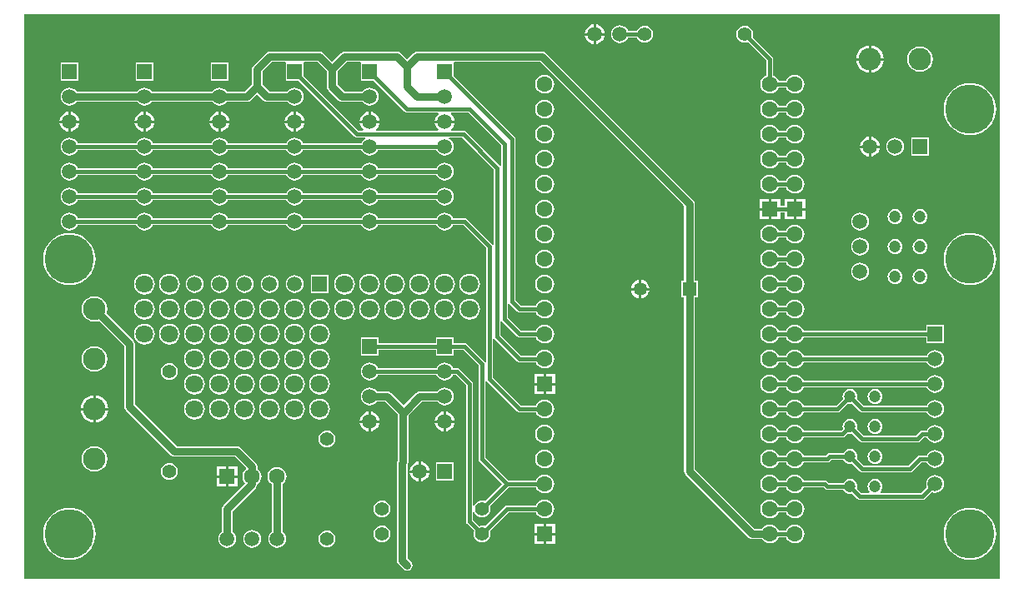
<source format=gtl>
G04*
G04 #@! TF.GenerationSoftware,Altium Limited,Altium Designer,18.0.7 (293)*
G04*
G04 Layer_Physical_Order=1*
G04 Layer_Color=255*
%FSLAX25Y25*%
%MOIN*%
G70*
G01*
G75*
%ADD13C,0.01500*%
%ADD30C,0.03000*%
%ADD31C,0.05512*%
%ADD32C,0.05906*%
%ADD33R,0.05906X0.05906*%
%ADD34R,0.05906X0.05906*%
%ADD35R,0.06299X0.06299*%
%ADD36C,0.06299*%
%ADD37C,0.05315*%
%ADD38R,0.05315X0.05315*%
%ADD39C,0.04724*%
%ADD40C,0.19685*%
%ADD41C,0.09000*%
%ADD42C,0.06299*%
%ADD43R,0.06299X0.06299*%
%ADD44C,0.02362*%
%ADD45C,0.07087*%
%ADD46C,0.03150*%
G36*
X392000Y112000D02*
X2000D01*
Y338000D01*
X392000D01*
Y112000D01*
D02*
G37*
%LPC*%
G36*
X230500Y333921D02*
Y330500D01*
X233921D01*
X233851Y331032D01*
X233453Y331993D01*
X232819Y332819D01*
X231993Y333453D01*
X231032Y333851D01*
X230500Y333921D01*
D02*
G37*
G36*
X229500D02*
X228968Y333851D01*
X228007Y333453D01*
X227181Y332819D01*
X226547Y331993D01*
X226149Y331032D01*
X226079Y330500D01*
X229500D01*
Y333921D01*
D02*
G37*
G36*
X240000Y333583D02*
X239073Y333461D01*
X238208Y333103D01*
X237466Y332534D01*
X236897Y331792D01*
X236539Y330927D01*
X236417Y330000D01*
X236539Y329073D01*
X236897Y328208D01*
X237466Y327466D01*
X238208Y326897D01*
X239073Y326539D01*
X240000Y326417D01*
X240927Y326539D01*
X241792Y326897D01*
X242534Y327466D01*
X243103Y328208D01*
X243275Y328624D01*
X246938D01*
X247069Y328308D01*
X247606Y327607D01*
X248308Y327069D01*
X249124Y326730D01*
X250000Y326615D01*
X250876Y326730D01*
X251692Y327069D01*
X252394Y327607D01*
X252931Y328308D01*
X253270Y329124D01*
X253385Y330000D01*
X253270Y330876D01*
X252931Y331692D01*
X252394Y332394D01*
X251692Y332931D01*
X250876Y333270D01*
X250000Y333385D01*
X249124Y333270D01*
X248308Y332931D01*
X247606Y332394D01*
X247069Y331692D01*
X246938Y331377D01*
X243275D01*
X243103Y331792D01*
X242534Y332534D01*
X241792Y333103D01*
X240927Y333461D01*
X240000Y333583D01*
D02*
G37*
G36*
X233921Y329500D02*
X230500D01*
Y326079D01*
X231032Y326149D01*
X231993Y326547D01*
X232819Y327181D01*
X233453Y328007D01*
X233851Y328968D01*
X233921Y329500D01*
D02*
G37*
G36*
X229500D02*
X226079D01*
X226149Y328968D01*
X226547Y328007D01*
X227181Y327181D01*
X228007Y326547D01*
X228968Y326149D01*
X229500Y326079D01*
Y329500D01*
D02*
G37*
G36*
X340500Y325482D02*
Y320500D01*
X345482D01*
X345358Y321436D01*
X344804Y322774D01*
X343923Y323923D01*
X342774Y324804D01*
X341436Y325358D01*
X340500Y325482D01*
D02*
G37*
G36*
X339500D02*
X338564Y325358D01*
X337226Y324804D01*
X336077Y323923D01*
X335196Y322774D01*
X334642Y321436D01*
X334518Y320500D01*
X339500D01*
Y325482D01*
D02*
G37*
G36*
X209000Y323141D02*
X159000D01*
X158181Y322978D01*
X157486Y322514D01*
X155000Y320028D01*
X152514Y322514D01*
X151819Y322978D01*
X151000Y323141D01*
X130000D01*
X129181Y322978D01*
X128486Y322514D01*
X125000Y319028D01*
X121514Y322514D01*
X120819Y322978D01*
X120000Y323141D01*
X100000D01*
X99181Y322978D01*
X98486Y322514D01*
X93486Y317514D01*
X93022Y316819D01*
X92859Y316000D01*
Y309887D01*
X90113Y307141D01*
X82835D01*
X82534Y307534D01*
X81792Y308103D01*
X80927Y308461D01*
X80000Y308583D01*
X79073Y308461D01*
X78208Y308103D01*
X77466Y307534D01*
X77165Y307141D01*
X52835D01*
X52534Y307534D01*
X51792Y308103D01*
X50927Y308461D01*
X50000Y308583D01*
X49073Y308461D01*
X48208Y308103D01*
X47466Y307534D01*
X47165Y307141D01*
X22835D01*
X22534Y307534D01*
X21792Y308103D01*
X20927Y308461D01*
X20000Y308583D01*
X19073Y308461D01*
X18208Y308103D01*
X17466Y307534D01*
X16897Y306792D01*
X16539Y305927D01*
X16417Y305000D01*
X16539Y304073D01*
X16897Y303208D01*
X17466Y302466D01*
X18208Y301897D01*
X19073Y301539D01*
X20000Y301417D01*
X20927Y301539D01*
X21792Y301897D01*
X22534Y302466D01*
X22835Y302859D01*
X47165D01*
X47466Y302466D01*
X48208Y301897D01*
X49073Y301539D01*
X50000Y301417D01*
X50927Y301539D01*
X51792Y301897D01*
X52534Y302466D01*
X52835Y302859D01*
X77165D01*
X77466Y302466D01*
X78208Y301897D01*
X79073Y301539D01*
X80000Y301417D01*
X80927Y301539D01*
X81792Y301897D01*
X82534Y302466D01*
X82835Y302859D01*
X91000D01*
X91819Y303022D01*
X92514Y303486D01*
X95000Y305972D01*
X97486Y303486D01*
X98181Y303022D01*
X99000Y302859D01*
X107165D01*
X107466Y302466D01*
X108208Y301897D01*
X109073Y301539D01*
X110000Y301417D01*
X110927Y301539D01*
X111792Y301897D01*
X112534Y302466D01*
X113103Y303208D01*
X113461Y304073D01*
X113583Y305000D01*
X113461Y305927D01*
X113103Y306792D01*
X112534Y307534D01*
X111792Y308103D01*
X110927Y308461D01*
X110000Y308583D01*
X109073Y308461D01*
X108208Y308103D01*
X107466Y307534D01*
X107165Y307141D01*
X99887D01*
X97141Y309887D01*
Y315113D01*
X100887Y318859D01*
X106074D01*
X106447Y318553D01*
X106447Y318359D01*
Y311447D01*
X111606D01*
X134027Y289027D01*
X134473Y288728D01*
X135000Y288623D01*
X138158D01*
X138257Y288123D01*
X138208Y288103D01*
X137466Y287534D01*
X136897Y286792D01*
X136725Y286377D01*
X113275D01*
X113103Y286792D01*
X112534Y287534D01*
X111792Y288103D01*
X110927Y288461D01*
X110000Y288583D01*
X109073Y288461D01*
X108208Y288103D01*
X107466Y287534D01*
X106897Y286792D01*
X106725Y286377D01*
X83275D01*
X83103Y286792D01*
X82534Y287534D01*
X81792Y288103D01*
X80927Y288461D01*
X80000Y288583D01*
X79073Y288461D01*
X78208Y288103D01*
X77466Y287534D01*
X76897Y286792D01*
X76725Y286377D01*
X53275D01*
X53103Y286792D01*
X52534Y287534D01*
X51792Y288103D01*
X50927Y288461D01*
X50000Y288583D01*
X49073Y288461D01*
X48208Y288103D01*
X47466Y287534D01*
X46897Y286792D01*
X46725Y286377D01*
X23275D01*
X23103Y286792D01*
X22534Y287534D01*
X21792Y288103D01*
X20927Y288461D01*
X20000Y288583D01*
X19073Y288461D01*
X18208Y288103D01*
X17466Y287534D01*
X16897Y286792D01*
X16539Y285927D01*
X16417Y285000D01*
X16539Y284073D01*
X16897Y283208D01*
X17466Y282466D01*
X18208Y281897D01*
X19073Y281539D01*
X20000Y281417D01*
X20927Y281539D01*
X21792Y281897D01*
X22534Y282466D01*
X23103Y283208D01*
X23275Y283624D01*
X46725D01*
X46897Y283208D01*
X47466Y282466D01*
X48208Y281897D01*
X49073Y281539D01*
X50000Y281417D01*
X50927Y281539D01*
X51792Y281897D01*
X52534Y282466D01*
X53103Y283208D01*
X53275Y283624D01*
X76725D01*
X76897Y283208D01*
X77466Y282466D01*
X78208Y281897D01*
X79073Y281539D01*
X80000Y281417D01*
X80927Y281539D01*
X81792Y281897D01*
X82534Y282466D01*
X83103Y283208D01*
X83275Y283624D01*
X106725D01*
X106897Y283208D01*
X107466Y282466D01*
X108208Y281897D01*
X109073Y281539D01*
X110000Y281417D01*
X110927Y281539D01*
X111792Y281897D01*
X112534Y282466D01*
X113103Y283208D01*
X113275Y283624D01*
X136725D01*
X136897Y283208D01*
X137466Y282466D01*
X138208Y281897D01*
X139073Y281539D01*
X140000Y281417D01*
X140927Y281539D01*
X141792Y281897D01*
X142534Y282466D01*
X143103Y283208D01*
X143275Y283624D01*
X166725D01*
X166897Y283208D01*
X167466Y282466D01*
X168208Y281897D01*
X169073Y281539D01*
X170000Y281417D01*
X170927Y281539D01*
X171792Y281897D01*
X172534Y282466D01*
X173103Y283208D01*
X173461Y284073D01*
X173583Y285000D01*
X173461Y285927D01*
X173103Y286792D01*
X172534Y287534D01*
X171792Y288103D01*
X171743Y288123D01*
X171842Y288623D01*
X176930D01*
X189624Y275930D01*
Y245900D01*
X189124Y245748D01*
X188973Y245973D01*
X188973Y245973D01*
X178973Y255973D01*
X178527Y256272D01*
X178000Y256377D01*
X173275D01*
X173103Y256792D01*
X172534Y257534D01*
X171792Y258103D01*
X170927Y258461D01*
X170000Y258583D01*
X169073Y258461D01*
X168208Y258103D01*
X167466Y257534D01*
X166897Y256792D01*
X166725Y256377D01*
X143275D01*
X143103Y256792D01*
X142534Y257534D01*
X141792Y258103D01*
X140927Y258461D01*
X140000Y258583D01*
X139073Y258461D01*
X138208Y258103D01*
X137466Y257534D01*
X136897Y256792D01*
X136725Y256377D01*
X113275D01*
X113103Y256792D01*
X112534Y257534D01*
X111792Y258103D01*
X110927Y258461D01*
X110000Y258583D01*
X109073Y258461D01*
X108208Y258103D01*
X107466Y257534D01*
X106897Y256792D01*
X106725Y256377D01*
X83275D01*
X83103Y256792D01*
X82534Y257534D01*
X81792Y258103D01*
X80927Y258461D01*
X80000Y258583D01*
X79073Y258461D01*
X78208Y258103D01*
X77466Y257534D01*
X76897Y256792D01*
X76725Y256377D01*
X53275D01*
X53103Y256792D01*
X52534Y257534D01*
X51792Y258103D01*
X50927Y258461D01*
X50000Y258583D01*
X49073Y258461D01*
X48208Y258103D01*
X47466Y257534D01*
X46897Y256792D01*
X46725Y256377D01*
X23275D01*
X23103Y256792D01*
X22534Y257534D01*
X21792Y258103D01*
X20927Y258461D01*
X20000Y258583D01*
X19073Y258461D01*
X18208Y258103D01*
X17466Y257534D01*
X16897Y256792D01*
X16539Y255927D01*
X16417Y255000D01*
X16539Y254073D01*
X16897Y253208D01*
X17466Y252466D01*
X18208Y251897D01*
X19073Y251539D01*
X20000Y251417D01*
X20927Y251539D01*
X21792Y251897D01*
X22534Y252466D01*
X23103Y253208D01*
X23275Y253624D01*
X46725D01*
X46897Y253208D01*
X47466Y252466D01*
X48208Y251897D01*
X49073Y251539D01*
X50000Y251417D01*
X50927Y251539D01*
X51792Y251897D01*
X52534Y252466D01*
X53103Y253208D01*
X53275Y253624D01*
X76725D01*
X76897Y253208D01*
X77466Y252466D01*
X78208Y251897D01*
X79073Y251539D01*
X80000Y251417D01*
X80927Y251539D01*
X81792Y251897D01*
X82534Y252466D01*
X83103Y253208D01*
X83275Y253624D01*
X106725D01*
X106897Y253208D01*
X107466Y252466D01*
X108208Y251897D01*
X109073Y251539D01*
X110000Y251417D01*
X110927Y251539D01*
X111792Y251897D01*
X112534Y252466D01*
X113103Y253208D01*
X113275Y253624D01*
X136725D01*
X136897Y253208D01*
X137466Y252466D01*
X138208Y251897D01*
X139073Y251539D01*
X140000Y251417D01*
X140927Y251539D01*
X141792Y251897D01*
X142534Y252466D01*
X143103Y253208D01*
X143275Y253624D01*
X166725D01*
X166897Y253208D01*
X167466Y252466D01*
X168208Y251897D01*
X169073Y251539D01*
X170000Y251417D01*
X170927Y251539D01*
X171792Y251897D01*
X172534Y252466D01*
X173103Y253208D01*
X173275Y253624D01*
X177430D01*
X186624Y244430D01*
Y198900D01*
X186124Y198748D01*
X185973Y198973D01*
X185973Y198973D01*
X178973Y205973D01*
X178527Y206272D01*
X178000Y206377D01*
X173553D01*
Y208553D01*
X166447D01*
Y206377D01*
X143553D01*
Y208553D01*
X136447D01*
Y201447D01*
X143553D01*
Y203624D01*
X166447D01*
Y201447D01*
X173553D01*
Y203624D01*
X177430D01*
X183624Y197430D01*
Y160000D01*
X183728Y159473D01*
X184027Y159027D01*
X193053Y150000D01*
X186192Y143139D01*
X185876Y143270D01*
X185000Y143385D01*
X184124Y143270D01*
X183308Y142931D01*
X182606Y142394D01*
X182069Y141692D01*
X181876Y141228D01*
X181376Y141328D01*
Y190000D01*
X181377Y190000D01*
X181272Y190527D01*
X180973Y190973D01*
X175973Y195973D01*
X175527Y196272D01*
X175000Y196376D01*
X173275D01*
X173103Y196792D01*
X172534Y197534D01*
X171792Y198103D01*
X170927Y198461D01*
X170000Y198583D01*
X169073Y198461D01*
X168208Y198103D01*
X167466Y197534D01*
X166897Y196792D01*
X166725Y196376D01*
X143275D01*
X143103Y196792D01*
X142534Y197534D01*
X141792Y198103D01*
X140927Y198461D01*
X140000Y198583D01*
X139073Y198461D01*
X138208Y198103D01*
X137466Y197534D01*
X136897Y196792D01*
X136539Y195927D01*
X136417Y195000D01*
X136539Y194073D01*
X136897Y193208D01*
X137466Y192466D01*
X138208Y191897D01*
X139073Y191539D01*
X140000Y191417D01*
X140927Y191539D01*
X141792Y191897D01*
X142534Y192466D01*
X143103Y193208D01*
X143275Y193624D01*
X166725D01*
X166897Y193208D01*
X167466Y192466D01*
X168208Y191897D01*
X169073Y191539D01*
X170000Y191417D01*
X170927Y191539D01*
X171792Y191897D01*
X172534Y192466D01*
X173103Y193208D01*
X173275Y193624D01*
X174430D01*
X178624Y189430D01*
Y135000D01*
X178728Y134473D01*
X179027Y134027D01*
X181861Y131192D01*
X181730Y130876D01*
X181615Y130000D01*
X181730Y129124D01*
X182069Y128308D01*
X182606Y127606D01*
X183308Y127069D01*
X184124Y126731D01*
X185000Y126615D01*
X185876Y126731D01*
X186692Y127069D01*
X187393Y127606D01*
X187931Y128308D01*
X188269Y129124D01*
X188385Y130000D01*
X188269Y130876D01*
X188139Y131192D01*
X195570Y138624D01*
X206512D01*
X206725Y138109D01*
X207326Y137326D01*
X208109Y136725D01*
X209021Y136347D01*
X210000Y136218D01*
X210979Y136347D01*
X211891Y136725D01*
X212674Y137326D01*
X213275Y138109D01*
X213653Y139021D01*
X213782Y140000D01*
X213653Y140979D01*
X213275Y141891D01*
X212674Y142674D01*
X211891Y143275D01*
X210979Y143653D01*
X210000Y143782D01*
X209021Y143653D01*
X208109Y143275D01*
X207326Y142674D01*
X206725Y141891D01*
X206512Y141376D01*
X195000D01*
X195000Y141376D01*
X194473Y141272D01*
X194027Y140973D01*
X194027Y140973D01*
X186192Y133139D01*
X185876Y133270D01*
X185000Y133385D01*
X184124Y133270D01*
X183808Y133139D01*
X181376Y135570D01*
Y138672D01*
X181876Y138771D01*
X182069Y138308D01*
X182606Y137607D01*
X183308Y137069D01*
X184124Y136731D01*
X185000Y136615D01*
X185876Y136731D01*
X186692Y137069D01*
X187393Y137607D01*
X187931Y138308D01*
X188269Y139124D01*
X188385Y140000D01*
X188269Y140876D01*
X188139Y141192D01*
X195570Y148624D01*
X206512D01*
X206725Y148109D01*
X207326Y147326D01*
X208109Y146725D01*
X209021Y146347D01*
X210000Y146218D01*
X210979Y146347D01*
X211891Y146725D01*
X212674Y147326D01*
X213275Y148109D01*
X213653Y149021D01*
X213782Y150000D01*
X213653Y150979D01*
X213275Y151891D01*
X212674Y152674D01*
X211891Y153275D01*
X210979Y153653D01*
X210000Y153782D01*
X209021Y153653D01*
X208109Y153275D01*
X207326Y152674D01*
X206725Y151891D01*
X206512Y151376D01*
X195570D01*
X186376Y160570D01*
Y191100D01*
X186876Y191252D01*
X187027Y191027D01*
X199027Y179027D01*
X199473Y178728D01*
X200000Y178624D01*
X206512D01*
X206725Y178109D01*
X207326Y177326D01*
X208109Y176725D01*
X209021Y176347D01*
X210000Y176218D01*
X210979Y176347D01*
X211891Y176725D01*
X212674Y177326D01*
X213275Y178109D01*
X213653Y179021D01*
X213782Y180000D01*
X213653Y180979D01*
X213275Y181891D01*
X212674Y182674D01*
X211891Y183275D01*
X210979Y183653D01*
X210000Y183782D01*
X209021Y183653D01*
X208109Y183275D01*
X207326Y182674D01*
X206725Y181891D01*
X206512Y181376D01*
X200570D01*
X189376Y192570D01*
Y208100D01*
X189876Y208252D01*
X190027Y208027D01*
X199027Y199027D01*
X199473Y198728D01*
X200000Y198624D01*
X206512D01*
X206725Y198109D01*
X207326Y197326D01*
X208109Y196725D01*
X209021Y196347D01*
X210000Y196218D01*
X210979Y196347D01*
X211891Y196725D01*
X212674Y197326D01*
X213275Y198109D01*
X213653Y199021D01*
X213782Y200000D01*
X213653Y200979D01*
X213275Y201891D01*
X212674Y202674D01*
X211891Y203275D01*
X210979Y203653D01*
X210000Y203782D01*
X209021Y203653D01*
X208109Y203275D01*
X207326Y202674D01*
X206725Y201891D01*
X206512Y201376D01*
X200570D01*
X192376Y209570D01*
Y215100D01*
X192876Y215252D01*
X193027Y215027D01*
X199027Y209027D01*
X199473Y208728D01*
X200000Y208624D01*
X206512D01*
X206725Y208109D01*
X207326Y207326D01*
X208109Y206725D01*
X209021Y206347D01*
X210000Y206218D01*
X210979Y206347D01*
X211891Y206725D01*
X212674Y207326D01*
X213275Y208109D01*
X213653Y209021D01*
X213782Y210000D01*
X213653Y210979D01*
X213275Y211891D01*
X212674Y212674D01*
X211891Y213275D01*
X210979Y213653D01*
X210000Y213782D01*
X209021Y213653D01*
X208109Y213275D01*
X207326Y212674D01*
X206725Y211891D01*
X206512Y211377D01*
X200570D01*
X195376Y216570D01*
Y222100D01*
X195876Y222252D01*
X196027Y222027D01*
X199027Y219027D01*
X199473Y218728D01*
X200000Y218623D01*
X206512D01*
X206725Y218109D01*
X207326Y217326D01*
X208109Y216725D01*
X209021Y216347D01*
X210000Y216218D01*
X210979Y216347D01*
X211891Y216725D01*
X212674Y217326D01*
X213275Y218109D01*
X213653Y219021D01*
X213782Y220000D01*
X213653Y220979D01*
X213275Y221891D01*
X212674Y222674D01*
X211891Y223275D01*
X210979Y223653D01*
X210000Y223782D01*
X209021Y223653D01*
X208109Y223275D01*
X207326Y222674D01*
X206725Y221891D01*
X206512Y221376D01*
X200570D01*
X198376Y223570D01*
Y288000D01*
X198377Y288000D01*
X198272Y288527D01*
X197973Y288973D01*
X197973Y288973D01*
X173553Y313394D01*
Y318359D01*
X173553Y318553D01*
X173926Y318859D01*
X208113D01*
X265701Y261271D01*
Y231258D01*
X264585D01*
Y224743D01*
X265701D01*
Y155157D01*
X265864Y154338D01*
X266329Y153644D01*
X291486Y128486D01*
X292181Y128022D01*
X293000Y127859D01*
X296917D01*
X297326Y127326D01*
X298109Y126725D01*
X299021Y126347D01*
X300000Y126218D01*
X300979Y126347D01*
X301891Y126725D01*
X302674Y127326D01*
X303275Y128109D01*
X303488Y128624D01*
X306512D01*
X306725Y128109D01*
X307326Y127326D01*
X308109Y126725D01*
X309021Y126347D01*
X310000Y126218D01*
X310979Y126347D01*
X311891Y126725D01*
X312674Y127326D01*
X313275Y128109D01*
X313653Y129021D01*
X313782Y130000D01*
X313653Y130979D01*
X313275Y131891D01*
X312674Y132674D01*
X311891Y133275D01*
X310979Y133653D01*
X310000Y133782D01*
X309021Y133653D01*
X308109Y133275D01*
X307326Y132674D01*
X306725Y131891D01*
X306512Y131376D01*
X303488D01*
X303275Y131891D01*
X302674Y132674D01*
X301891Y133275D01*
X300979Y133653D01*
X300000Y133782D01*
X299021Y133653D01*
X298109Y133275D01*
X297326Y132674D01*
X296917Y132141D01*
X293887D01*
X269984Y156044D01*
Y224743D01*
X271100D01*
Y231258D01*
X269984D01*
Y262158D01*
X269821Y262977D01*
X269356Y263671D01*
X210514Y322514D01*
X209819Y322978D01*
X209000Y323141D01*
D02*
G37*
G36*
X360000Y325144D02*
X358669Y324969D01*
X357428Y324455D01*
X356363Y323637D01*
X355545Y322572D01*
X355031Y321331D01*
X354856Y320000D01*
X355031Y318669D01*
X355545Y317428D01*
X356363Y316363D01*
X357428Y315545D01*
X358669Y315031D01*
X360000Y314856D01*
X361331Y315031D01*
X362572Y315545D01*
X363637Y316363D01*
X364455Y317428D01*
X364969Y318669D01*
X365144Y320000D01*
X364969Y321331D01*
X364455Y322572D01*
X363637Y323637D01*
X362572Y324455D01*
X361331Y324969D01*
X360000Y325144D01*
D02*
G37*
G36*
X345482Y319500D02*
X340500D01*
Y314518D01*
X341436Y314642D01*
X342774Y315196D01*
X343923Y316077D01*
X344804Y317226D01*
X345358Y318564D01*
X345482Y319500D01*
D02*
G37*
G36*
X339500D02*
X334518D01*
X334642Y318564D01*
X335196Y317226D01*
X336077Y316077D01*
X337226Y315196D01*
X338564Y314642D01*
X339500Y314518D01*
Y319500D01*
D02*
G37*
G36*
X83553Y318553D02*
X76447D01*
Y311447D01*
X83553D01*
Y318553D01*
D02*
G37*
G36*
X53553D02*
X46447D01*
Y311447D01*
X53553D01*
Y318553D01*
D02*
G37*
G36*
X23553D02*
X16447D01*
Y311447D01*
X23553D01*
Y318553D01*
D02*
G37*
G36*
X290000Y333385D02*
X289124Y333270D01*
X288308Y332931D01*
X287607Y332394D01*
X287069Y331692D01*
X286731Y330876D01*
X286615Y330000D01*
X286731Y329124D01*
X287069Y328308D01*
X287607Y327607D01*
X288308Y327069D01*
X289124Y326730D01*
X290000Y326615D01*
X290876Y326730D01*
X291192Y326861D01*
X298623Y319430D01*
Y313488D01*
X298109Y313275D01*
X297326Y312674D01*
X296725Y311891D01*
X296347Y310979D01*
X296218Y310000D01*
X296347Y309021D01*
X296725Y308109D01*
X297326Y307326D01*
X298109Y306725D01*
X299021Y306347D01*
X300000Y306218D01*
X300979Y306347D01*
X301891Y306725D01*
X302674Y307326D01*
X303275Y308109D01*
X303488Y308624D01*
X306512D01*
X306725Y308109D01*
X307326Y307326D01*
X308109Y306725D01*
X309021Y306347D01*
X310000Y306218D01*
X310979Y306347D01*
X311891Y306725D01*
X312674Y307326D01*
X313275Y308109D01*
X313653Y309021D01*
X313782Y310000D01*
X313653Y310979D01*
X313275Y311891D01*
X312674Y312674D01*
X311891Y313275D01*
X310979Y313653D01*
X310000Y313782D01*
X309021Y313653D01*
X308109Y313275D01*
X307326Y312674D01*
X306725Y311891D01*
X306512Y311377D01*
X303488D01*
X303275Y311891D01*
X302674Y312674D01*
X301891Y313275D01*
X301377Y313488D01*
Y320000D01*
X301377Y320000D01*
X301272Y320527D01*
X300973Y320973D01*
X300973Y320973D01*
X293139Y328808D01*
X293269Y329124D01*
X293385Y330000D01*
X293269Y330876D01*
X292931Y331692D01*
X292393Y332394D01*
X291692Y332931D01*
X290876Y333270D01*
X290000Y333385D01*
D02*
G37*
G36*
X210000Y313782D02*
X209021Y313653D01*
X208109Y313275D01*
X207326Y312674D01*
X206725Y311891D01*
X206347Y310979D01*
X206218Y310000D01*
X206347Y309021D01*
X206725Y308109D01*
X207326Y307326D01*
X208109Y306725D01*
X209021Y306347D01*
X210000Y306218D01*
X210979Y306347D01*
X211891Y306725D01*
X212674Y307326D01*
X213275Y308109D01*
X213653Y309021D01*
X213782Y310000D01*
X213653Y310979D01*
X213275Y311891D01*
X212674Y312674D01*
X211891Y313275D01*
X210979Y313653D01*
X210000Y313782D01*
D02*
G37*
G36*
X310000Y303782D02*
X309021Y303653D01*
X308109Y303275D01*
X307326Y302674D01*
X306725Y301891D01*
X306512Y301377D01*
X303488D01*
X303275Y301891D01*
X302674Y302674D01*
X301891Y303275D01*
X300979Y303653D01*
X300000Y303782D01*
X299021Y303653D01*
X298109Y303275D01*
X297326Y302674D01*
X296725Y301891D01*
X296347Y300979D01*
X296218Y300000D01*
X296347Y299021D01*
X296725Y298109D01*
X297326Y297326D01*
X298109Y296725D01*
X299021Y296347D01*
X300000Y296218D01*
X300979Y296347D01*
X301891Y296725D01*
X302674Y297326D01*
X303275Y298109D01*
X303488Y298623D01*
X306512D01*
X306725Y298109D01*
X307326Y297326D01*
X308109Y296725D01*
X309021Y296347D01*
X310000Y296218D01*
X310979Y296347D01*
X311891Y296725D01*
X312674Y297326D01*
X313275Y298109D01*
X313653Y299021D01*
X313782Y300000D01*
X313653Y300979D01*
X313275Y301891D01*
X312674Y302674D01*
X311891Y303275D01*
X310979Y303653D01*
X310000Y303782D01*
D02*
G37*
G36*
X210000D02*
X209021Y303653D01*
X208109Y303275D01*
X207326Y302674D01*
X206725Y301891D01*
X206347Y300979D01*
X206218Y300000D01*
X206347Y299021D01*
X206725Y298109D01*
X207326Y297326D01*
X208109Y296725D01*
X209021Y296347D01*
X210000Y296218D01*
X210979Y296347D01*
X211891Y296725D01*
X212674Y297326D01*
X213275Y298109D01*
X213653Y299021D01*
X213782Y300000D01*
X213653Y300979D01*
X213275Y301891D01*
X212674Y302674D01*
X211891Y303275D01*
X210979Y303653D01*
X210000Y303782D01*
D02*
G37*
G36*
X110500Y298921D02*
Y295500D01*
X113921D01*
X113851Y296032D01*
X113453Y296993D01*
X112819Y297819D01*
X111993Y298453D01*
X111032Y298851D01*
X110500Y298921D01*
D02*
G37*
G36*
X80500D02*
Y295500D01*
X83921D01*
X83851Y296032D01*
X83453Y296993D01*
X82819Y297819D01*
X81993Y298453D01*
X81032Y298851D01*
X80500Y298921D01*
D02*
G37*
G36*
X50500D02*
Y295500D01*
X53921D01*
X53851Y296032D01*
X53453Y296993D01*
X52819Y297819D01*
X51993Y298453D01*
X51032Y298851D01*
X50500Y298921D01*
D02*
G37*
G36*
X20500D02*
Y295500D01*
X23921D01*
X23851Y296032D01*
X23453Y296993D01*
X22819Y297819D01*
X21993Y298453D01*
X21032Y298851D01*
X20500Y298921D01*
D02*
G37*
G36*
X109500D02*
X108968Y298851D01*
X108007Y298453D01*
X107181Y297819D01*
X106547Y296993D01*
X106149Y296032D01*
X106079Y295500D01*
X109500D01*
Y298921D01*
D02*
G37*
G36*
X79500D02*
X78968Y298851D01*
X78007Y298453D01*
X77181Y297819D01*
X76547Y296993D01*
X76149Y296032D01*
X76079Y295500D01*
X79500D01*
Y298921D01*
D02*
G37*
G36*
X49500D02*
X48968Y298851D01*
X48007Y298453D01*
X47181Y297819D01*
X46547Y296993D01*
X46149Y296032D01*
X46079Y295500D01*
X49500D01*
Y298921D01*
D02*
G37*
G36*
X19500D02*
X18968Y298851D01*
X18007Y298453D01*
X17181Y297819D01*
X16547Y296993D01*
X16149Y296032D01*
X16079Y295500D01*
X19500D01*
Y298921D01*
D02*
G37*
G36*
X310000Y293782D02*
X309021Y293653D01*
X308109Y293275D01*
X307326Y292674D01*
X306725Y291891D01*
X306512Y291376D01*
X303488D01*
X303275Y291891D01*
X302674Y292674D01*
X301891Y293275D01*
X300979Y293653D01*
X300000Y293782D01*
X299021Y293653D01*
X298109Y293275D01*
X297326Y292674D01*
X296725Y291891D01*
X296347Y290979D01*
X296218Y290000D01*
X296347Y289021D01*
X296725Y288109D01*
X297326Y287326D01*
X298109Y286725D01*
X299021Y286347D01*
X300000Y286218D01*
X300979Y286347D01*
X301891Y286725D01*
X302674Y287326D01*
X303275Y288109D01*
X303488Y288623D01*
X306512D01*
X306725Y288109D01*
X307326Y287326D01*
X308109Y286725D01*
X309021Y286347D01*
X310000Y286218D01*
X310979Y286347D01*
X311891Y286725D01*
X312674Y287326D01*
X313275Y288109D01*
X313653Y289021D01*
X313782Y290000D01*
X313653Y290979D01*
X313275Y291891D01*
X312674Y292674D01*
X311891Y293275D01*
X310979Y293653D01*
X310000Y293782D01*
D02*
G37*
G36*
X113921Y294500D02*
X110500D01*
Y291079D01*
X111032Y291149D01*
X111993Y291547D01*
X112819Y292181D01*
X113453Y293007D01*
X113851Y293968D01*
X113921Y294500D01*
D02*
G37*
G36*
X83921D02*
X80500D01*
Y291079D01*
X81032Y291149D01*
X81993Y291547D01*
X82819Y292181D01*
X83453Y293007D01*
X83851Y293968D01*
X83921Y294500D01*
D02*
G37*
G36*
X53921D02*
X50500D01*
Y291079D01*
X51032Y291149D01*
X51993Y291547D01*
X52819Y292181D01*
X53453Y293007D01*
X53851Y293968D01*
X53921Y294500D01*
D02*
G37*
G36*
X23921D02*
X20500D01*
Y291079D01*
X21032Y291149D01*
X21993Y291547D01*
X22819Y292181D01*
X23453Y293007D01*
X23851Y293968D01*
X23921Y294500D01*
D02*
G37*
G36*
X109500D02*
X106079D01*
X106149Y293968D01*
X106547Y293007D01*
X107181Y292181D01*
X108007Y291547D01*
X108968Y291149D01*
X109500Y291079D01*
Y294500D01*
D02*
G37*
G36*
X79500D02*
X76079D01*
X76149Y293968D01*
X76547Y293007D01*
X77181Y292181D01*
X78007Y291547D01*
X78968Y291149D01*
X79500Y291079D01*
Y294500D01*
D02*
G37*
G36*
X49500D02*
X46079D01*
X46149Y293968D01*
X46547Y293007D01*
X47181Y292181D01*
X48007Y291547D01*
X48968Y291149D01*
X49500Y291079D01*
Y294500D01*
D02*
G37*
G36*
X19500D02*
X16079D01*
X16149Y293968D01*
X16547Y293007D01*
X17181Y292181D01*
X18007Y291547D01*
X18968Y291149D01*
X19500Y291079D01*
Y294500D01*
D02*
G37*
G36*
X380000Y310475D02*
X378361Y310346D01*
X376763Y309962D01*
X375244Y309333D01*
X373843Y308474D01*
X372593Y307407D01*
X371526Y306157D01*
X370667Y304755D01*
X370038Y303237D01*
X369654Y301639D01*
X369525Y300000D01*
X369654Y298361D01*
X370038Y296763D01*
X370667Y295245D01*
X371526Y293843D01*
X372593Y292593D01*
X373843Y291526D01*
X375244Y290667D01*
X376763Y290038D01*
X378361Y289654D01*
X380000Y289525D01*
X381639Y289654D01*
X383237Y290038D01*
X384755Y290667D01*
X386157Y291526D01*
X387407Y292593D01*
X388474Y293843D01*
X389333Y295245D01*
X389962Y296763D01*
X390346Y298361D01*
X390475Y300000D01*
X390346Y301639D01*
X389962Y303237D01*
X389333Y304755D01*
X388474Y306157D01*
X387407Y307407D01*
X386157Y308474D01*
X384755Y309333D01*
X383237Y309962D01*
X381639Y310346D01*
X380000Y310475D01*
D02*
G37*
G36*
X210000Y293782D02*
X209021Y293653D01*
X208109Y293275D01*
X207326Y292674D01*
X206725Y291891D01*
X206347Y290979D01*
X206218Y290000D01*
X206347Y289021D01*
X206725Y288109D01*
X207326Y287326D01*
X208109Y286725D01*
X209021Y286347D01*
X210000Y286218D01*
X210979Y286347D01*
X211891Y286725D01*
X212674Y287326D01*
X213275Y288109D01*
X213653Y289021D01*
X213782Y290000D01*
X213653Y290979D01*
X213275Y291891D01*
X212674Y292674D01*
X211891Y293275D01*
X210979Y293653D01*
X210000Y293782D01*
D02*
G37*
G36*
X340500Y288921D02*
Y285500D01*
X343921D01*
X343851Y286032D01*
X343453Y286993D01*
X342819Y287819D01*
X341993Y288453D01*
X341032Y288851D01*
X340500Y288921D01*
D02*
G37*
G36*
X339500D02*
X338968Y288851D01*
X338007Y288453D01*
X337181Y287819D01*
X336547Y286993D01*
X336149Y286032D01*
X336079Y285500D01*
X339500D01*
Y288921D01*
D02*
G37*
G36*
X363553Y288553D02*
X356447D01*
Y281447D01*
X363553D01*
Y288553D01*
D02*
G37*
G36*
X350000Y288583D02*
X349073Y288461D01*
X348208Y288103D01*
X347466Y287534D01*
X346897Y286792D01*
X346539Y285927D01*
X346417Y285000D01*
X346539Y284073D01*
X346897Y283208D01*
X347466Y282466D01*
X348208Y281897D01*
X349073Y281539D01*
X350000Y281417D01*
X350927Y281539D01*
X351792Y281897D01*
X352534Y282466D01*
X353103Y283208D01*
X353461Y284073D01*
X353583Y285000D01*
X353461Y285927D01*
X353103Y286792D01*
X352534Y287534D01*
X351792Y288103D01*
X350927Y288461D01*
X350000Y288583D01*
D02*
G37*
G36*
X310000Y283782D02*
X309021Y283653D01*
X308109Y283275D01*
X307326Y282674D01*
X306725Y281891D01*
X306512Y281377D01*
X303488D01*
X303275Y281891D01*
X302674Y282674D01*
X301891Y283275D01*
X300979Y283653D01*
X300000Y283782D01*
X299021Y283653D01*
X298109Y283275D01*
X297326Y282674D01*
X296725Y281891D01*
X296347Y280979D01*
X296218Y280000D01*
X296347Y279021D01*
X296725Y278109D01*
X297326Y277326D01*
X298109Y276725D01*
X299021Y276347D01*
X300000Y276218D01*
X300979Y276347D01*
X301891Y276725D01*
X302674Y277326D01*
X303275Y278109D01*
X303488Y278624D01*
X306512D01*
X306725Y278109D01*
X307326Y277326D01*
X308109Y276725D01*
X309021Y276347D01*
X310000Y276218D01*
X310979Y276347D01*
X311891Y276725D01*
X312674Y277326D01*
X313275Y278109D01*
X313653Y279021D01*
X313782Y280000D01*
X313653Y280979D01*
X313275Y281891D01*
X312674Y282674D01*
X311891Y283275D01*
X310979Y283653D01*
X310000Y283782D01*
D02*
G37*
G36*
X343921Y284500D02*
X340500D01*
Y281079D01*
X341032Y281149D01*
X341993Y281547D01*
X342819Y282181D01*
X343453Y283007D01*
X343851Y283968D01*
X343921Y284500D01*
D02*
G37*
G36*
X339500D02*
X336079D01*
X336149Y283968D01*
X336547Y283007D01*
X337181Y282181D01*
X338007Y281547D01*
X338968Y281149D01*
X339500Y281079D01*
Y284500D01*
D02*
G37*
G36*
X170000Y278583D02*
X169073Y278461D01*
X168208Y278103D01*
X167466Y277534D01*
X166897Y276792D01*
X166725Y276377D01*
X143275D01*
X143103Y276792D01*
X142534Y277534D01*
X141792Y278103D01*
X140927Y278461D01*
X140000Y278583D01*
X139073Y278461D01*
X138208Y278103D01*
X137466Y277534D01*
X136897Y276792D01*
X136725Y276377D01*
X113275D01*
X113103Y276792D01*
X112534Y277534D01*
X111792Y278103D01*
X110927Y278461D01*
X110000Y278583D01*
X109073Y278461D01*
X108208Y278103D01*
X107466Y277534D01*
X106897Y276792D01*
X106725Y276377D01*
X83275D01*
X83103Y276792D01*
X82534Y277534D01*
X81792Y278103D01*
X80927Y278461D01*
X80000Y278583D01*
X79073Y278461D01*
X78208Y278103D01*
X77466Y277534D01*
X76897Y276792D01*
X76725Y276377D01*
X53275D01*
X53103Y276792D01*
X52534Y277534D01*
X51792Y278103D01*
X50927Y278461D01*
X50000Y278583D01*
X49073Y278461D01*
X48208Y278103D01*
X47466Y277534D01*
X46897Y276792D01*
X46725Y276377D01*
X23275D01*
X23103Y276792D01*
X22534Y277534D01*
X21792Y278103D01*
X20927Y278461D01*
X20000Y278583D01*
X19073Y278461D01*
X18208Y278103D01*
X17466Y277534D01*
X16897Y276792D01*
X16539Y275927D01*
X16417Y275000D01*
X16539Y274073D01*
X16897Y273208D01*
X17466Y272466D01*
X18208Y271897D01*
X19073Y271539D01*
X20000Y271417D01*
X20927Y271539D01*
X21792Y271897D01*
X22534Y272466D01*
X23103Y273208D01*
X23275Y273623D01*
X46725D01*
X46897Y273208D01*
X47466Y272466D01*
X48208Y271897D01*
X49073Y271539D01*
X50000Y271417D01*
X50927Y271539D01*
X51792Y271897D01*
X52534Y272466D01*
X53103Y273208D01*
X53275Y273623D01*
X76725D01*
X76897Y273208D01*
X77466Y272466D01*
X78208Y271897D01*
X79073Y271539D01*
X80000Y271417D01*
X80927Y271539D01*
X81792Y271897D01*
X82534Y272466D01*
X83103Y273208D01*
X83275Y273623D01*
X106725D01*
X106897Y273208D01*
X107466Y272466D01*
X108208Y271897D01*
X109073Y271539D01*
X110000Y271417D01*
X110927Y271539D01*
X111792Y271897D01*
X112534Y272466D01*
X113103Y273208D01*
X113275Y273623D01*
X136725D01*
X136897Y273208D01*
X137466Y272466D01*
X138208Y271897D01*
X139073Y271539D01*
X140000Y271417D01*
X140927Y271539D01*
X141792Y271897D01*
X142534Y272466D01*
X143103Y273208D01*
X143275Y273623D01*
X166725D01*
X166897Y273208D01*
X167466Y272466D01*
X168208Y271897D01*
X169073Y271539D01*
X170000Y271417D01*
X170927Y271539D01*
X171792Y271897D01*
X172534Y272466D01*
X173103Y273208D01*
X173461Y274073D01*
X173583Y275000D01*
X173461Y275927D01*
X173103Y276792D01*
X172534Y277534D01*
X171792Y278103D01*
X170927Y278461D01*
X170000Y278583D01*
D02*
G37*
G36*
X210000Y283782D02*
X209021Y283653D01*
X208109Y283275D01*
X207326Y282674D01*
X206725Y281891D01*
X206347Y280979D01*
X206218Y280000D01*
X206347Y279021D01*
X206725Y278109D01*
X207326Y277326D01*
X208109Y276725D01*
X209021Y276347D01*
X210000Y276218D01*
X210979Y276347D01*
X211891Y276725D01*
X212674Y277326D01*
X213275Y278109D01*
X213653Y279021D01*
X213782Y280000D01*
X213653Y280979D01*
X213275Y281891D01*
X212674Y282674D01*
X211891Y283275D01*
X210979Y283653D01*
X210000Y283782D01*
D02*
G37*
G36*
X310000Y273782D02*
X309021Y273653D01*
X308109Y273275D01*
X307326Y272674D01*
X306725Y271891D01*
X306512Y271376D01*
X303488D01*
X303275Y271891D01*
X302674Y272674D01*
X301891Y273275D01*
X300979Y273653D01*
X300000Y273782D01*
X299021Y273653D01*
X298109Y273275D01*
X297326Y272674D01*
X296725Y271891D01*
X296347Y270979D01*
X296218Y270000D01*
X296347Y269021D01*
X296725Y268109D01*
X297326Y267326D01*
X298109Y266725D01*
X299021Y266347D01*
X300000Y266218D01*
X300979Y266347D01*
X301891Y266725D01*
X302674Y267326D01*
X303275Y268109D01*
X303488Y268623D01*
X306512D01*
X306725Y268109D01*
X307326Y267326D01*
X308109Y266725D01*
X309021Y266347D01*
X310000Y266218D01*
X310979Y266347D01*
X311891Y266725D01*
X312674Y267326D01*
X313275Y268109D01*
X313653Y269021D01*
X313782Y270000D01*
X313653Y270979D01*
X313275Y271891D01*
X312674Y272674D01*
X311891Y273275D01*
X310979Y273653D01*
X310000Y273782D01*
D02*
G37*
G36*
X170000Y268583D02*
X169073Y268461D01*
X168208Y268103D01*
X167466Y267534D01*
X166897Y266792D01*
X166725Y266376D01*
X143275D01*
X143103Y266792D01*
X142534Y267534D01*
X141792Y268103D01*
X140927Y268461D01*
X140000Y268583D01*
X139073Y268461D01*
X138208Y268103D01*
X137466Y267534D01*
X136897Y266792D01*
X136725Y266376D01*
X113275D01*
X113103Y266792D01*
X112534Y267534D01*
X111792Y268103D01*
X110927Y268461D01*
X110000Y268583D01*
X109073Y268461D01*
X108208Y268103D01*
X107466Y267534D01*
X106897Y266792D01*
X106725Y266376D01*
X83275D01*
X83103Y266792D01*
X82534Y267534D01*
X81792Y268103D01*
X80927Y268461D01*
X80000Y268583D01*
X79073Y268461D01*
X78208Y268103D01*
X77466Y267534D01*
X76897Y266792D01*
X76725Y266376D01*
X53275D01*
X53103Y266792D01*
X52534Y267534D01*
X51792Y268103D01*
X50927Y268461D01*
X50000Y268583D01*
X49073Y268461D01*
X48208Y268103D01*
X47466Y267534D01*
X46897Y266792D01*
X46725Y266376D01*
X23275D01*
X23103Y266792D01*
X22534Y267534D01*
X21792Y268103D01*
X20927Y268461D01*
X20000Y268583D01*
X19073Y268461D01*
X18208Y268103D01*
X17466Y267534D01*
X16897Y266792D01*
X16539Y265927D01*
X16417Y265000D01*
X16539Y264073D01*
X16897Y263208D01*
X17466Y262466D01*
X18208Y261897D01*
X19073Y261539D01*
X20000Y261417D01*
X20927Y261539D01*
X21792Y261897D01*
X22534Y262466D01*
X23103Y263208D01*
X23275Y263623D01*
X46725D01*
X46897Y263208D01*
X47466Y262466D01*
X48208Y261897D01*
X49073Y261539D01*
X50000Y261417D01*
X50927Y261539D01*
X51792Y261897D01*
X52534Y262466D01*
X53103Y263208D01*
X53275Y263623D01*
X76725D01*
X76897Y263208D01*
X77466Y262466D01*
X78208Y261897D01*
X79073Y261539D01*
X80000Y261417D01*
X80927Y261539D01*
X81792Y261897D01*
X82534Y262466D01*
X83103Y263208D01*
X83275Y263623D01*
X106725D01*
X106897Y263208D01*
X107466Y262466D01*
X108208Y261897D01*
X109073Y261539D01*
X110000Y261417D01*
X110927Y261539D01*
X111792Y261897D01*
X112534Y262466D01*
X113103Y263208D01*
X113275Y263623D01*
X136725D01*
X136897Y263208D01*
X137466Y262466D01*
X138208Y261897D01*
X139073Y261539D01*
X140000Y261417D01*
X140927Y261539D01*
X141792Y261897D01*
X142534Y262466D01*
X143103Y263208D01*
X143275Y263623D01*
X166725D01*
X166897Y263208D01*
X167466Y262466D01*
X168208Y261897D01*
X169073Y261539D01*
X170000Y261417D01*
X170927Y261539D01*
X171792Y261897D01*
X172534Y262466D01*
X173103Y263208D01*
X173461Y264073D01*
X173583Y265000D01*
X173461Y265927D01*
X173103Y266792D01*
X172534Y267534D01*
X171792Y268103D01*
X170927Y268461D01*
X170000Y268583D01*
D02*
G37*
G36*
X210000Y273782D02*
X209021Y273653D01*
X208109Y273275D01*
X207326Y272674D01*
X206725Y271891D01*
X206347Y270979D01*
X206218Y270000D01*
X206347Y269021D01*
X206725Y268109D01*
X207326Y267326D01*
X208109Y266725D01*
X209021Y266347D01*
X210000Y266218D01*
X210979Y266347D01*
X211891Y266725D01*
X212674Y267326D01*
X213275Y268109D01*
X213653Y269021D01*
X213782Y270000D01*
X213653Y270979D01*
X213275Y271891D01*
X212674Y272674D01*
X211891Y273275D01*
X210979Y273653D01*
X210000Y273782D01*
D02*
G37*
G36*
X309500Y264150D02*
X305850D01*
Y261377D01*
X304150D01*
Y264150D01*
X300500D01*
Y260000D01*
Y255850D01*
X304150D01*
Y258624D01*
X305850D01*
Y255850D01*
X309500D01*
Y260000D01*
Y264150D01*
D02*
G37*
G36*
X314150D02*
X310500D01*
Y260500D01*
X314150D01*
Y264150D01*
D02*
G37*
G36*
X299500D02*
X295850D01*
Y260500D01*
X299500D01*
Y264150D01*
D02*
G37*
G36*
X210000Y263782D02*
X209021Y263653D01*
X208109Y263275D01*
X207326Y262674D01*
X206725Y261891D01*
X206347Y260979D01*
X206218Y260000D01*
X206347Y259021D01*
X206725Y258109D01*
X207326Y257326D01*
X208109Y256725D01*
X209021Y256347D01*
X210000Y256218D01*
X210979Y256347D01*
X211891Y256725D01*
X212674Y257326D01*
X213275Y258109D01*
X213653Y259021D01*
X213782Y260000D01*
X213653Y260979D01*
X213275Y261891D01*
X212674Y262674D01*
X211891Y263275D01*
X210979Y263653D01*
X210000Y263782D01*
D02*
G37*
G36*
X314150Y259500D02*
X310500D01*
Y255850D01*
X314150D01*
Y259500D01*
D02*
G37*
G36*
X299500D02*
X295850D01*
Y255850D01*
X299500D01*
Y259500D01*
D02*
G37*
G36*
X360000Y259988D02*
X359227Y259886D01*
X358506Y259588D01*
X357887Y259113D01*
X357413Y258494D01*
X357114Y257773D01*
X357012Y257000D01*
X357114Y256227D01*
X357413Y255506D01*
X357887Y254887D01*
X358506Y254413D01*
X359227Y254114D01*
X360000Y254012D01*
X360773Y254114D01*
X361494Y254413D01*
X362113Y254887D01*
X362587Y255506D01*
X362886Y256227D01*
X362988Y257000D01*
X362886Y257773D01*
X362587Y258494D01*
X362113Y259113D01*
X361494Y259588D01*
X360773Y259886D01*
X360000Y259988D01*
D02*
G37*
G36*
X350000D02*
X349227Y259886D01*
X348506Y259588D01*
X347887Y259113D01*
X347412Y258494D01*
X347114Y257773D01*
X347012Y257000D01*
X347114Y256227D01*
X347412Y255506D01*
X347887Y254887D01*
X348506Y254413D01*
X349227Y254114D01*
X350000Y254012D01*
X350773Y254114D01*
X351494Y254413D01*
X352113Y254887D01*
X352588Y255506D01*
X352886Y256227D01*
X352988Y257000D01*
X352886Y257773D01*
X352588Y258494D01*
X352113Y259113D01*
X351494Y259588D01*
X350773Y259886D01*
X350000Y259988D01*
D02*
G37*
G36*
X336000Y258583D02*
X335073Y258461D01*
X334208Y258103D01*
X333466Y257534D01*
X332897Y256792D01*
X332539Y255927D01*
X332417Y255000D01*
X332539Y254073D01*
X332897Y253208D01*
X333466Y252466D01*
X334208Y251897D01*
X335073Y251539D01*
X336000Y251417D01*
X336927Y251539D01*
X337792Y251897D01*
X338534Y252466D01*
X339103Y253208D01*
X339461Y254073D01*
X339583Y255000D01*
X339461Y255927D01*
X339103Y256792D01*
X338534Y257534D01*
X337792Y258103D01*
X336927Y258461D01*
X336000Y258583D01*
D02*
G37*
G36*
X310000Y253782D02*
X309021Y253653D01*
X308109Y253275D01*
X307326Y252674D01*
X306725Y251891D01*
X306512Y251377D01*
X303488D01*
X303275Y251891D01*
X302674Y252674D01*
X301891Y253275D01*
X300979Y253653D01*
X300000Y253782D01*
X299021Y253653D01*
X298109Y253275D01*
X297326Y252674D01*
X296725Y251891D01*
X296347Y250979D01*
X296218Y250000D01*
X296347Y249021D01*
X296725Y248109D01*
X297326Y247326D01*
X298109Y246725D01*
X299021Y246347D01*
X300000Y246218D01*
X300979Y246347D01*
X301891Y246725D01*
X302674Y247326D01*
X303275Y248109D01*
X303488Y248623D01*
X306512D01*
X306725Y248109D01*
X307326Y247326D01*
X308109Y246725D01*
X309021Y246347D01*
X310000Y246218D01*
X310979Y246347D01*
X311891Y246725D01*
X312674Y247326D01*
X313275Y248109D01*
X313653Y249021D01*
X313782Y250000D01*
X313653Y250979D01*
X313275Y251891D01*
X312674Y252674D01*
X311891Y253275D01*
X310979Y253653D01*
X310000Y253782D01*
D02*
G37*
G36*
X210000D02*
X209021Y253653D01*
X208109Y253275D01*
X207326Y252674D01*
X206725Y251891D01*
X206347Y250979D01*
X206218Y250000D01*
X206347Y249021D01*
X206725Y248109D01*
X207326Y247326D01*
X208109Y246725D01*
X209021Y246347D01*
X210000Y246218D01*
X210979Y246347D01*
X211891Y246725D01*
X212674Y247326D01*
X213275Y248109D01*
X213653Y249021D01*
X213782Y250000D01*
X213653Y250979D01*
X213275Y251891D01*
X212674Y252674D01*
X211891Y253275D01*
X210979Y253653D01*
X210000Y253782D01*
D02*
G37*
G36*
X360000Y247988D02*
X359227Y247886D01*
X358506Y247587D01*
X357887Y247113D01*
X357413Y246494D01*
X357114Y245773D01*
X357012Y245000D01*
X357114Y244227D01*
X357413Y243506D01*
X357887Y242887D01*
X358506Y242412D01*
X359227Y242114D01*
X360000Y242012D01*
X360773Y242114D01*
X361494Y242412D01*
X362113Y242887D01*
X362587Y243506D01*
X362886Y244227D01*
X362988Y245000D01*
X362886Y245773D01*
X362587Y246494D01*
X362113Y247113D01*
X361494Y247587D01*
X360773Y247886D01*
X360000Y247988D01*
D02*
G37*
G36*
X350000D02*
X349227Y247886D01*
X348506Y247587D01*
X347887Y247113D01*
X347412Y246494D01*
X347114Y245773D01*
X347012Y245000D01*
X347114Y244227D01*
X347412Y243506D01*
X347887Y242887D01*
X348506Y242412D01*
X349227Y242114D01*
X350000Y242012D01*
X350773Y242114D01*
X351494Y242412D01*
X352113Y242887D01*
X352588Y243506D01*
X352886Y244227D01*
X352988Y245000D01*
X352886Y245773D01*
X352588Y246494D01*
X352113Y247113D01*
X351494Y247587D01*
X350773Y247886D01*
X350000Y247988D01*
D02*
G37*
G36*
X336000Y248583D02*
X335073Y248461D01*
X334208Y248103D01*
X333466Y247534D01*
X332897Y246792D01*
X332539Y245927D01*
X332417Y245000D01*
X332539Y244073D01*
X332897Y243208D01*
X333466Y242466D01*
X334208Y241897D01*
X335073Y241539D01*
X336000Y241417D01*
X336927Y241539D01*
X337792Y241897D01*
X338534Y242466D01*
X339103Y243208D01*
X339461Y244073D01*
X339583Y245000D01*
X339461Y245927D01*
X339103Y246792D01*
X338534Y247534D01*
X337792Y248103D01*
X336927Y248461D01*
X336000Y248583D01*
D02*
G37*
G36*
X310000Y243782D02*
X309021Y243653D01*
X308109Y243275D01*
X307326Y242674D01*
X306725Y241891D01*
X306512Y241376D01*
X303488D01*
X303275Y241891D01*
X302674Y242674D01*
X301891Y243275D01*
X300979Y243653D01*
X300000Y243782D01*
X299021Y243653D01*
X298109Y243275D01*
X297326Y242674D01*
X296725Y241891D01*
X296347Y240979D01*
X296218Y240000D01*
X296347Y239021D01*
X296725Y238109D01*
X297326Y237326D01*
X298109Y236725D01*
X299021Y236347D01*
X300000Y236218D01*
X300979Y236347D01*
X301891Y236725D01*
X302674Y237326D01*
X303275Y238109D01*
X303488Y238623D01*
X306512D01*
X306725Y238109D01*
X307326Y237326D01*
X308109Y236725D01*
X309021Y236347D01*
X310000Y236218D01*
X310979Y236347D01*
X311891Y236725D01*
X312674Y237326D01*
X313275Y238109D01*
X313653Y239021D01*
X313782Y240000D01*
X313653Y240979D01*
X313275Y241891D01*
X312674Y242674D01*
X311891Y243275D01*
X310979Y243653D01*
X310000Y243782D01*
D02*
G37*
G36*
X210000D02*
X209021Y243653D01*
X208109Y243275D01*
X207326Y242674D01*
X206725Y241891D01*
X206347Y240979D01*
X206218Y240000D01*
X206347Y239021D01*
X206725Y238109D01*
X207326Y237326D01*
X208109Y236725D01*
X209021Y236347D01*
X210000Y236218D01*
X210979Y236347D01*
X211891Y236725D01*
X212674Y237326D01*
X213275Y238109D01*
X213653Y239021D01*
X213782Y240000D01*
X213653Y240979D01*
X213275Y241891D01*
X212674Y242674D01*
X211891Y243275D01*
X210979Y243653D01*
X210000Y243782D01*
D02*
G37*
G36*
X336000Y238583D02*
X335073Y238461D01*
X334208Y238103D01*
X333466Y237534D01*
X332897Y236792D01*
X332539Y235927D01*
X332417Y235000D01*
X332539Y234073D01*
X332897Y233208D01*
X333466Y232466D01*
X334208Y231897D01*
X335073Y231539D01*
X336000Y231417D01*
X336927Y231539D01*
X337792Y231897D01*
X338534Y232466D01*
X339103Y233208D01*
X339461Y234073D01*
X339583Y235000D01*
X339461Y235927D01*
X339103Y236792D01*
X338534Y237534D01*
X337792Y238103D01*
X336927Y238461D01*
X336000Y238583D01*
D02*
G37*
G36*
X310000Y233782D02*
X309021Y233653D01*
X308109Y233275D01*
X307326Y232674D01*
X306725Y231891D01*
X306512Y231377D01*
X303488D01*
X303275Y231891D01*
X302674Y232674D01*
X301891Y233275D01*
X300979Y233653D01*
X300000Y233782D01*
X299021Y233653D01*
X298109Y233275D01*
X297326Y232674D01*
X296725Y231891D01*
X296347Y230979D01*
X296218Y230000D01*
X296347Y229021D01*
X296725Y228109D01*
X297326Y227326D01*
X298109Y226725D01*
X299021Y226347D01*
X300000Y226218D01*
X300979Y226347D01*
X301891Y226725D01*
X302674Y227326D01*
X303275Y228109D01*
X303488Y228624D01*
X306512D01*
X306725Y228109D01*
X307326Y227326D01*
X308109Y226725D01*
X309021Y226347D01*
X310000Y226218D01*
X310979Y226347D01*
X311891Y226725D01*
X312674Y227326D01*
X313275Y228109D01*
X313653Y229021D01*
X313782Y230000D01*
X313653Y230979D01*
X313275Y231891D01*
X312674Y232674D01*
X311891Y233275D01*
X310979Y233653D01*
X310000Y233782D01*
D02*
G37*
G36*
X360000Y235988D02*
X359227Y235886D01*
X358506Y235588D01*
X357887Y235113D01*
X357413Y234494D01*
X357114Y233773D01*
X357012Y233000D01*
X357114Y232227D01*
X357413Y231506D01*
X357887Y230887D01*
X358506Y230413D01*
X359227Y230114D01*
X360000Y230012D01*
X360773Y230114D01*
X361494Y230413D01*
X362113Y230887D01*
X362587Y231506D01*
X362886Y232227D01*
X362988Y233000D01*
X362886Y233773D01*
X362587Y234494D01*
X362113Y235113D01*
X361494Y235588D01*
X360773Y235886D01*
X360000Y235988D01*
D02*
G37*
G36*
X350000D02*
X349227Y235886D01*
X348506Y235588D01*
X347887Y235113D01*
X347412Y234494D01*
X347114Y233773D01*
X347012Y233000D01*
X347114Y232227D01*
X347412Y231506D01*
X347887Y230887D01*
X348506Y230413D01*
X349227Y230114D01*
X350000Y230012D01*
X350773Y230114D01*
X351494Y230413D01*
X352113Y230887D01*
X352588Y231506D01*
X352886Y232227D01*
X352988Y233000D01*
X352886Y233773D01*
X352588Y234494D01*
X352113Y235113D01*
X351494Y235588D01*
X350773Y235886D01*
X350000Y235988D01*
D02*
G37*
G36*
X380000Y250475D02*
X378361Y250346D01*
X376763Y249962D01*
X375244Y249333D01*
X373843Y248474D01*
X372593Y247407D01*
X371526Y246157D01*
X370667Y244756D01*
X370038Y243237D01*
X369654Y241639D01*
X369525Y240000D01*
X369654Y238361D01*
X370038Y236763D01*
X370667Y235244D01*
X371526Y233843D01*
X372593Y232593D01*
X373843Y231526D01*
X375244Y230667D01*
X376763Y230038D01*
X378361Y229654D01*
X380000Y229525D01*
X381639Y229654D01*
X383237Y230038D01*
X384755Y230667D01*
X386157Y231526D01*
X387407Y232593D01*
X388474Y233843D01*
X389333Y235244D01*
X389962Y236763D01*
X390346Y238361D01*
X390475Y240000D01*
X390346Y241639D01*
X389962Y243237D01*
X389333Y244756D01*
X388474Y246157D01*
X387407Y247407D01*
X386157Y248474D01*
X384755Y249333D01*
X383237Y249962D01*
X381639Y250346D01*
X380000Y250475D01*
D02*
G37*
G36*
X20000D02*
X18361Y250346D01*
X16763Y249962D01*
X15245Y249333D01*
X13843Y248474D01*
X12593Y247407D01*
X11526Y246157D01*
X10667Y244756D01*
X10038Y243237D01*
X9654Y241639D01*
X9525Y240000D01*
X9654Y238361D01*
X10038Y236763D01*
X10667Y235244D01*
X11526Y233843D01*
X12593Y232593D01*
X13843Y231526D01*
X15245Y230667D01*
X16763Y230038D01*
X18361Y229654D01*
X20000Y229525D01*
X21639Y229654D01*
X23237Y230038D01*
X24756Y230667D01*
X26157Y231526D01*
X27407Y232593D01*
X28474Y233843D01*
X29333Y235244D01*
X29962Y236763D01*
X30346Y238361D01*
X30475Y240000D01*
X30346Y241639D01*
X29962Y243237D01*
X29333Y244756D01*
X28474Y246157D01*
X27407Y247407D01*
X26157Y248474D01*
X24756Y249333D01*
X23237Y249962D01*
X21639Y250346D01*
X20000Y250475D01*
D02*
G37*
G36*
X248657Y231623D02*
Y228500D01*
X251781D01*
X251721Y228955D01*
X251352Y229844D01*
X250766Y230609D01*
X250002Y231195D01*
X249112Y231563D01*
X248657Y231623D01*
D02*
G37*
G36*
X247657D02*
X247203Y231563D01*
X246313Y231195D01*
X245549Y230609D01*
X244963Y229844D01*
X244594Y228955D01*
X244534Y228500D01*
X247657D01*
Y231623D01*
D02*
G37*
G36*
X123553Y233553D02*
X116447D01*
Y226447D01*
X123553D01*
Y233553D01*
D02*
G37*
G36*
X110000Y233583D02*
X109073Y233461D01*
X108208Y233103D01*
X107466Y232534D01*
X106897Y231792D01*
X106539Y230927D01*
X106417Y230000D01*
X106539Y229073D01*
X106897Y228208D01*
X107466Y227466D01*
X108208Y226897D01*
X109073Y226539D01*
X110000Y226417D01*
X110927Y226539D01*
X111792Y226897D01*
X112534Y227466D01*
X113103Y228208D01*
X113461Y229073D01*
X113583Y230000D01*
X113461Y230927D01*
X113103Y231792D01*
X112534Y232534D01*
X111792Y233103D01*
X110927Y233461D01*
X110000Y233583D01*
D02*
G37*
G36*
X100000D02*
X99073Y233461D01*
X98208Y233103D01*
X97466Y232534D01*
X96897Y231792D01*
X96539Y230927D01*
X96417Y230000D01*
X96539Y229073D01*
X96897Y228208D01*
X97466Y227466D01*
X98208Y226897D01*
X99073Y226539D01*
X100000Y226417D01*
X100927Y226539D01*
X101792Y226897D01*
X102534Y227466D01*
X103103Y228208D01*
X103461Y229073D01*
X103583Y230000D01*
X103461Y230927D01*
X103103Y231792D01*
X102534Y232534D01*
X101792Y233103D01*
X100927Y233461D01*
X100000Y233583D01*
D02*
G37*
G36*
X90000D02*
X89073Y233461D01*
X88208Y233103D01*
X87466Y232534D01*
X86897Y231792D01*
X86539Y230927D01*
X86417Y230000D01*
X86539Y229073D01*
X86897Y228208D01*
X87466Y227466D01*
X88208Y226897D01*
X89073Y226539D01*
X90000Y226417D01*
X90927Y226539D01*
X91792Y226897D01*
X92534Y227466D01*
X93103Y228208D01*
X93461Y229073D01*
X93583Y230000D01*
X93461Y230927D01*
X93103Y231792D01*
X92534Y232534D01*
X91792Y233103D01*
X90927Y233461D01*
X90000Y233583D01*
D02*
G37*
G36*
X80000D02*
X79073Y233461D01*
X78208Y233103D01*
X77466Y232534D01*
X76897Y231792D01*
X76539Y230927D01*
X76417Y230000D01*
X76539Y229073D01*
X76897Y228208D01*
X77466Y227466D01*
X78208Y226897D01*
X79073Y226539D01*
X80000Y226417D01*
X80927Y226539D01*
X81792Y226897D01*
X82534Y227466D01*
X83103Y228208D01*
X83461Y229073D01*
X83583Y230000D01*
X83461Y230927D01*
X83103Y231792D01*
X82534Y232534D01*
X81792Y233103D01*
X80927Y233461D01*
X80000Y233583D01*
D02*
G37*
G36*
X70000D02*
X69073Y233461D01*
X68208Y233103D01*
X67466Y232534D01*
X66897Y231792D01*
X66539Y230927D01*
X66417Y230000D01*
X66539Y229073D01*
X66897Y228208D01*
X67466Y227466D01*
X68208Y226897D01*
X69073Y226539D01*
X70000Y226417D01*
X70927Y226539D01*
X71792Y226897D01*
X72534Y227466D01*
X73103Y228208D01*
X73461Y229073D01*
X73583Y230000D01*
X73461Y230927D01*
X73103Y231792D01*
X72534Y232534D01*
X71792Y233103D01*
X70927Y233461D01*
X70000Y233583D01*
D02*
G37*
G36*
X210000Y233782D02*
X209021Y233653D01*
X208109Y233275D01*
X207326Y232674D01*
X206725Y231891D01*
X206347Y230979D01*
X206218Y230000D01*
X206347Y229021D01*
X206725Y228109D01*
X207326Y227326D01*
X208109Y226725D01*
X209021Y226347D01*
X210000Y226218D01*
X210979Y226347D01*
X211891Y226725D01*
X212674Y227326D01*
X213275Y228109D01*
X213653Y229021D01*
X213782Y230000D01*
X213653Y230979D01*
X213275Y231891D01*
X212674Y232674D01*
X211891Y233275D01*
X210979Y233653D01*
X210000Y233782D01*
D02*
G37*
G36*
X180000Y234179D02*
X178918Y234037D01*
X177910Y233619D01*
X177045Y232955D01*
X176381Y232089D01*
X175963Y231082D01*
X175821Y230000D01*
X175963Y228918D01*
X176381Y227910D01*
X177045Y227045D01*
X177910Y226381D01*
X178918Y225963D01*
X180000Y225821D01*
X181082Y225963D01*
X182089Y226381D01*
X182955Y227045D01*
X183619Y227910D01*
X184037Y228918D01*
X184179Y230000D01*
X184037Y231082D01*
X183619Y232089D01*
X182955Y232955D01*
X182089Y233619D01*
X181082Y234037D01*
X180000Y234179D01*
D02*
G37*
G36*
X170000D02*
X168918Y234037D01*
X167911Y233619D01*
X167045Y232955D01*
X166381Y232089D01*
X165963Y231082D01*
X165821Y230000D01*
X165963Y228918D01*
X166381Y227910D01*
X167045Y227045D01*
X167911Y226381D01*
X168918Y225963D01*
X170000Y225821D01*
X171082Y225963D01*
X172090Y226381D01*
X172955Y227045D01*
X173619Y227910D01*
X174037Y228918D01*
X174179Y230000D01*
X174037Y231082D01*
X173619Y232089D01*
X172955Y232955D01*
X172090Y233619D01*
X171082Y234037D01*
X170000Y234179D01*
D02*
G37*
G36*
X160000D02*
X158918Y234037D01*
X157911Y233619D01*
X157045Y232955D01*
X156381Y232089D01*
X155963Y231082D01*
X155821Y230000D01*
X155963Y228918D01*
X156381Y227910D01*
X157045Y227045D01*
X157911Y226381D01*
X158918Y225963D01*
X160000Y225821D01*
X161082Y225963D01*
X162090Y226381D01*
X162955Y227045D01*
X163619Y227910D01*
X164037Y228918D01*
X164179Y230000D01*
X164037Y231082D01*
X163619Y232089D01*
X162955Y232955D01*
X162090Y233619D01*
X161082Y234037D01*
X160000Y234179D01*
D02*
G37*
G36*
X150000D02*
X148918Y234037D01*
X147910Y233619D01*
X147045Y232955D01*
X146381Y232089D01*
X145963Y231082D01*
X145821Y230000D01*
X145963Y228918D01*
X146381Y227910D01*
X147045Y227045D01*
X147910Y226381D01*
X148918Y225963D01*
X150000Y225821D01*
X151082Y225963D01*
X152090Y226381D01*
X152955Y227045D01*
X153619Y227910D01*
X154037Y228918D01*
X154179Y230000D01*
X154037Y231082D01*
X153619Y232089D01*
X152955Y232955D01*
X152090Y233619D01*
X151082Y234037D01*
X150000Y234179D01*
D02*
G37*
G36*
X140000D02*
X138918Y234037D01*
X137910Y233619D01*
X137045Y232955D01*
X136381Y232089D01*
X135963Y231082D01*
X135821Y230000D01*
X135963Y228918D01*
X136381Y227910D01*
X137045Y227045D01*
X137910Y226381D01*
X138918Y225963D01*
X140000Y225821D01*
X141082Y225963D01*
X142089Y226381D01*
X142955Y227045D01*
X143619Y227910D01*
X144037Y228918D01*
X144179Y230000D01*
X144037Y231082D01*
X143619Y232089D01*
X142955Y232955D01*
X142089Y233619D01*
X141082Y234037D01*
X140000Y234179D01*
D02*
G37*
G36*
X130000D02*
X128918Y234037D01*
X127910Y233619D01*
X127045Y232955D01*
X126381Y232089D01*
X125963Y231082D01*
X125821Y230000D01*
X125963Y228918D01*
X126381Y227910D01*
X127045Y227045D01*
X127910Y226381D01*
X128918Y225963D01*
X130000Y225821D01*
X131082Y225963D01*
X132089Y226381D01*
X132955Y227045D01*
X133619Y227910D01*
X134037Y228918D01*
X134179Y230000D01*
X134037Y231082D01*
X133619Y232089D01*
X132955Y232955D01*
X132089Y233619D01*
X131082Y234037D01*
X130000Y234179D01*
D02*
G37*
G36*
X60000D02*
X58918Y234037D01*
X57911Y233619D01*
X57045Y232955D01*
X56381Y232089D01*
X55963Y231082D01*
X55821Y230000D01*
X55963Y228918D01*
X56381Y227910D01*
X57045Y227045D01*
X57911Y226381D01*
X58918Y225963D01*
X60000Y225821D01*
X61082Y225963D01*
X62090Y226381D01*
X62955Y227045D01*
X63619Y227910D01*
X64037Y228918D01*
X64179Y230000D01*
X64037Y231082D01*
X63619Y232089D01*
X62955Y232955D01*
X62090Y233619D01*
X61082Y234037D01*
X60000Y234179D01*
D02*
G37*
G36*
X50000D02*
X48918Y234037D01*
X47910Y233619D01*
X47045Y232955D01*
X46381Y232089D01*
X45963Y231082D01*
X45821Y230000D01*
X45963Y228918D01*
X46381Y227910D01*
X47045Y227045D01*
X47910Y226381D01*
X48918Y225963D01*
X50000Y225821D01*
X51082Y225963D01*
X52090Y226381D01*
X52955Y227045D01*
X53619Y227910D01*
X54037Y228918D01*
X54179Y230000D01*
X54037Y231082D01*
X53619Y232089D01*
X52955Y232955D01*
X52090Y233619D01*
X51082Y234037D01*
X50000Y234179D01*
D02*
G37*
G36*
X251781Y227500D02*
X248657D01*
Y224377D01*
X249112Y224437D01*
X250002Y224805D01*
X250766Y225392D01*
X251352Y226155D01*
X251721Y227045D01*
X251781Y227500D01*
D02*
G37*
G36*
X247657D02*
X244534D01*
X244594Y227045D01*
X244963Y226155D01*
X245549Y225392D01*
X246313Y224805D01*
X247203Y224437D01*
X247657Y224377D01*
Y227500D01*
D02*
G37*
G36*
X310000Y223782D02*
X309021Y223653D01*
X308109Y223275D01*
X307326Y222674D01*
X306725Y221891D01*
X306512Y221376D01*
X303488D01*
X303275Y221891D01*
X302674Y222674D01*
X301891Y223275D01*
X300979Y223653D01*
X300000Y223782D01*
X299021Y223653D01*
X298109Y223275D01*
X297326Y222674D01*
X296725Y221891D01*
X296347Y220979D01*
X296218Y220000D01*
X296347Y219021D01*
X296725Y218109D01*
X297326Y217326D01*
X298109Y216725D01*
X299021Y216347D01*
X300000Y216218D01*
X300979Y216347D01*
X301891Y216725D01*
X302674Y217326D01*
X303275Y218109D01*
X303488Y218623D01*
X306512D01*
X306725Y218109D01*
X307326Y217326D01*
X308109Y216725D01*
X309021Y216347D01*
X310000Y216218D01*
X310979Y216347D01*
X311891Y216725D01*
X312674Y217326D01*
X313275Y218109D01*
X313653Y219021D01*
X313782Y220000D01*
X313653Y220979D01*
X313275Y221891D01*
X312674Y222674D01*
X311891Y223275D01*
X310979Y223653D01*
X310000Y223782D01*
D02*
G37*
G36*
X180000Y224179D02*
X178918Y224037D01*
X177910Y223619D01*
X177045Y222955D01*
X176381Y222090D01*
X175963Y221082D01*
X175821Y220000D01*
X175963Y218918D01*
X176381Y217911D01*
X177045Y217045D01*
X177910Y216381D01*
X178918Y215963D01*
X180000Y215821D01*
X181082Y215963D01*
X182089Y216381D01*
X182955Y217045D01*
X183619Y217911D01*
X184037Y218918D01*
X184179Y220000D01*
X184037Y221082D01*
X183619Y222090D01*
X182955Y222955D01*
X182089Y223619D01*
X181082Y224037D01*
X180000Y224179D01*
D02*
G37*
G36*
X170000D02*
X168918Y224037D01*
X167911Y223619D01*
X167045Y222955D01*
X166381Y222090D01*
X165963Y221082D01*
X165821Y220000D01*
X165963Y218918D01*
X166381Y217911D01*
X167045Y217045D01*
X167911Y216381D01*
X168918Y215963D01*
X170000Y215821D01*
X171082Y215963D01*
X172090Y216381D01*
X172955Y217045D01*
X173619Y217911D01*
X174037Y218918D01*
X174179Y220000D01*
X174037Y221082D01*
X173619Y222090D01*
X172955Y222955D01*
X172090Y223619D01*
X171082Y224037D01*
X170000Y224179D01*
D02*
G37*
G36*
X160000D02*
X158918Y224037D01*
X157911Y223619D01*
X157045Y222955D01*
X156381Y222090D01*
X155963Y221082D01*
X155821Y220000D01*
X155963Y218918D01*
X156381Y217911D01*
X157045Y217045D01*
X157911Y216381D01*
X158918Y215963D01*
X160000Y215821D01*
X161082Y215963D01*
X162090Y216381D01*
X162955Y217045D01*
X163619Y217911D01*
X164037Y218918D01*
X164179Y220000D01*
X164037Y221082D01*
X163619Y222090D01*
X162955Y222955D01*
X162090Y223619D01*
X161082Y224037D01*
X160000Y224179D01*
D02*
G37*
G36*
X150000D02*
X148918Y224037D01*
X147910Y223619D01*
X147045Y222955D01*
X146381Y222090D01*
X145963Y221082D01*
X145821Y220000D01*
X145963Y218918D01*
X146381Y217911D01*
X147045Y217045D01*
X147910Y216381D01*
X148918Y215963D01*
X150000Y215821D01*
X151082Y215963D01*
X152090Y216381D01*
X152955Y217045D01*
X153619Y217911D01*
X154037Y218918D01*
X154179Y220000D01*
X154037Y221082D01*
X153619Y222090D01*
X152955Y222955D01*
X152090Y223619D01*
X151082Y224037D01*
X150000Y224179D01*
D02*
G37*
G36*
X140000D02*
X138918Y224037D01*
X137910Y223619D01*
X137045Y222955D01*
X136381Y222090D01*
X135963Y221082D01*
X135821Y220000D01*
X135963Y218918D01*
X136381Y217911D01*
X137045Y217045D01*
X137910Y216381D01*
X138918Y215963D01*
X140000Y215821D01*
X141082Y215963D01*
X142089Y216381D01*
X142955Y217045D01*
X143619Y217911D01*
X144037Y218918D01*
X144179Y220000D01*
X144037Y221082D01*
X143619Y222090D01*
X142955Y222955D01*
X142089Y223619D01*
X141082Y224037D01*
X140000Y224179D01*
D02*
G37*
G36*
X130000D02*
X128918Y224037D01*
X127910Y223619D01*
X127045Y222955D01*
X126381Y222090D01*
X125963Y221082D01*
X125821Y220000D01*
X125963Y218918D01*
X126381Y217911D01*
X127045Y217045D01*
X127910Y216381D01*
X128918Y215963D01*
X130000Y215821D01*
X131082Y215963D01*
X132089Y216381D01*
X132955Y217045D01*
X133619Y217911D01*
X134037Y218918D01*
X134179Y220000D01*
X134037Y221082D01*
X133619Y222090D01*
X132955Y222955D01*
X132089Y223619D01*
X131082Y224037D01*
X130000Y224179D01*
D02*
G37*
G36*
X120000D02*
X118918Y224037D01*
X117911Y223619D01*
X117045Y222955D01*
X116381Y222090D01*
X115963Y221082D01*
X115821Y220000D01*
X115963Y218918D01*
X116381Y217911D01*
X117045Y217045D01*
X117911Y216381D01*
X118918Y215963D01*
X120000Y215821D01*
X121082Y215963D01*
X122090Y216381D01*
X122955Y217045D01*
X123619Y217911D01*
X124037Y218918D01*
X124179Y220000D01*
X124037Y221082D01*
X123619Y222090D01*
X122955Y222955D01*
X122090Y223619D01*
X121082Y224037D01*
X120000Y224179D01*
D02*
G37*
G36*
X110000D02*
X108918Y224037D01*
X107911Y223619D01*
X107045Y222955D01*
X106381Y222090D01*
X105963Y221082D01*
X105821Y220000D01*
X105963Y218918D01*
X106381Y217911D01*
X107045Y217045D01*
X107911Y216381D01*
X108918Y215963D01*
X110000Y215821D01*
X111082Y215963D01*
X112090Y216381D01*
X112955Y217045D01*
X113619Y217911D01*
X114037Y218918D01*
X114179Y220000D01*
X114037Y221082D01*
X113619Y222090D01*
X112955Y222955D01*
X112090Y223619D01*
X111082Y224037D01*
X110000Y224179D01*
D02*
G37*
G36*
X100000D02*
X98918Y224037D01*
X97910Y223619D01*
X97045Y222955D01*
X96381Y222090D01*
X95963Y221082D01*
X95821Y220000D01*
X95963Y218918D01*
X96381Y217911D01*
X97045Y217045D01*
X97910Y216381D01*
X98918Y215963D01*
X100000Y215821D01*
X101082Y215963D01*
X102090Y216381D01*
X102955Y217045D01*
X103619Y217911D01*
X104037Y218918D01*
X104179Y220000D01*
X104037Y221082D01*
X103619Y222090D01*
X102955Y222955D01*
X102090Y223619D01*
X101082Y224037D01*
X100000Y224179D01*
D02*
G37*
G36*
X90000D02*
X88918Y224037D01*
X87910Y223619D01*
X87045Y222955D01*
X86381Y222090D01*
X85963Y221082D01*
X85821Y220000D01*
X85963Y218918D01*
X86381Y217911D01*
X87045Y217045D01*
X87910Y216381D01*
X88918Y215963D01*
X90000Y215821D01*
X91082Y215963D01*
X92089Y216381D01*
X92955Y217045D01*
X93619Y217911D01*
X94037Y218918D01*
X94179Y220000D01*
X94037Y221082D01*
X93619Y222090D01*
X92955Y222955D01*
X92089Y223619D01*
X91082Y224037D01*
X90000Y224179D01*
D02*
G37*
G36*
X80000D02*
X78918Y224037D01*
X77911Y223619D01*
X77045Y222955D01*
X76381Y222090D01*
X75963Y221082D01*
X75821Y220000D01*
X75963Y218918D01*
X76381Y217911D01*
X77045Y217045D01*
X77911Y216381D01*
X78918Y215963D01*
X80000Y215821D01*
X81082Y215963D01*
X82090Y216381D01*
X82955Y217045D01*
X83619Y217911D01*
X84037Y218918D01*
X84179Y220000D01*
X84037Y221082D01*
X83619Y222090D01*
X82955Y222955D01*
X82090Y223619D01*
X81082Y224037D01*
X80000Y224179D01*
D02*
G37*
G36*
X70000D02*
X68918Y224037D01*
X67910Y223619D01*
X67045Y222955D01*
X66381Y222090D01*
X65963Y221082D01*
X65821Y220000D01*
X65963Y218918D01*
X66381Y217911D01*
X67045Y217045D01*
X67910Y216381D01*
X68918Y215963D01*
X70000Y215821D01*
X71082Y215963D01*
X72089Y216381D01*
X72955Y217045D01*
X73619Y217911D01*
X74037Y218918D01*
X74179Y220000D01*
X74037Y221082D01*
X73619Y222090D01*
X72955Y222955D01*
X72089Y223619D01*
X71082Y224037D01*
X70000Y224179D01*
D02*
G37*
G36*
X60000D02*
X58918Y224037D01*
X57911Y223619D01*
X57045Y222955D01*
X56381Y222090D01*
X55963Y221082D01*
X55821Y220000D01*
X55963Y218918D01*
X56381Y217911D01*
X57045Y217045D01*
X57911Y216381D01*
X58918Y215963D01*
X60000Y215821D01*
X61082Y215963D01*
X62090Y216381D01*
X62955Y217045D01*
X63619Y217911D01*
X64037Y218918D01*
X64179Y220000D01*
X64037Y221082D01*
X63619Y222090D01*
X62955Y222955D01*
X62090Y223619D01*
X61082Y224037D01*
X60000Y224179D01*
D02*
G37*
G36*
X50000D02*
X48918Y224037D01*
X47910Y223619D01*
X47045Y222955D01*
X46381Y222090D01*
X45963Y221082D01*
X45821Y220000D01*
X45963Y218918D01*
X46381Y217911D01*
X47045Y217045D01*
X47910Y216381D01*
X48918Y215963D01*
X50000Y215821D01*
X51082Y215963D01*
X52090Y216381D01*
X52955Y217045D01*
X53619Y217911D01*
X54037Y218918D01*
X54179Y220000D01*
X54037Y221082D01*
X53619Y222090D01*
X52955Y222955D01*
X52090Y223619D01*
X51082Y224037D01*
X50000Y224179D01*
D02*
G37*
G36*
X310000Y213782D02*
X309021Y213653D01*
X308109Y213275D01*
X307326Y212674D01*
X306725Y211891D01*
X306512Y211377D01*
X303488D01*
X303275Y211891D01*
X302674Y212674D01*
X301891Y213275D01*
X300979Y213653D01*
X300000Y213782D01*
X299021Y213653D01*
X298109Y213275D01*
X297326Y212674D01*
X296725Y211891D01*
X296347Y210979D01*
X296218Y210000D01*
X296347Y209021D01*
X296725Y208109D01*
X297326Y207326D01*
X298109Y206725D01*
X299021Y206347D01*
X300000Y206218D01*
X300979Y206347D01*
X301891Y206725D01*
X302674Y207326D01*
X303275Y208109D01*
X303488Y208624D01*
X306512D01*
X306725Y208109D01*
X307326Y207326D01*
X308109Y206725D01*
X309021Y206347D01*
X310000Y206218D01*
X310979Y206347D01*
X311891Y206725D01*
X312674Y207326D01*
X313275Y208109D01*
X313488Y208624D01*
X362447D01*
Y206447D01*
X369553D01*
Y213553D01*
X362447D01*
Y211377D01*
X313488D01*
X313275Y211891D01*
X312674Y212674D01*
X311891Y213275D01*
X310979Y213653D01*
X310000Y213782D01*
D02*
G37*
G36*
X120000Y214179D02*
X118918Y214037D01*
X117911Y213619D01*
X117045Y212955D01*
X116381Y212089D01*
X115963Y211082D01*
X115821Y210000D01*
X115963Y208918D01*
X116381Y207910D01*
X117045Y207045D01*
X117911Y206381D01*
X118918Y205963D01*
X120000Y205821D01*
X121082Y205963D01*
X122090Y206381D01*
X122955Y207045D01*
X123619Y207910D01*
X124037Y208918D01*
X124179Y210000D01*
X124037Y211082D01*
X123619Y212089D01*
X122955Y212955D01*
X122090Y213619D01*
X121082Y214037D01*
X120000Y214179D01*
D02*
G37*
G36*
X110000D02*
X108918Y214037D01*
X107911Y213619D01*
X107045Y212955D01*
X106381Y212089D01*
X105963Y211082D01*
X105821Y210000D01*
X105963Y208918D01*
X106381Y207910D01*
X107045Y207045D01*
X107911Y206381D01*
X108918Y205963D01*
X110000Y205821D01*
X111082Y205963D01*
X112090Y206381D01*
X112955Y207045D01*
X113619Y207910D01*
X114037Y208918D01*
X114179Y210000D01*
X114037Y211082D01*
X113619Y212089D01*
X112955Y212955D01*
X112090Y213619D01*
X111082Y214037D01*
X110000Y214179D01*
D02*
G37*
G36*
X100000D02*
X98918Y214037D01*
X97910Y213619D01*
X97045Y212955D01*
X96381Y212089D01*
X95963Y211082D01*
X95821Y210000D01*
X95963Y208918D01*
X96381Y207910D01*
X97045Y207045D01*
X97910Y206381D01*
X98918Y205963D01*
X100000Y205821D01*
X101082Y205963D01*
X102090Y206381D01*
X102955Y207045D01*
X103619Y207910D01*
X104037Y208918D01*
X104179Y210000D01*
X104037Y211082D01*
X103619Y212089D01*
X102955Y212955D01*
X102090Y213619D01*
X101082Y214037D01*
X100000Y214179D01*
D02*
G37*
G36*
X90000D02*
X88918Y214037D01*
X87910Y213619D01*
X87045Y212955D01*
X86381Y212089D01*
X85963Y211082D01*
X85821Y210000D01*
X85963Y208918D01*
X86381Y207910D01*
X87045Y207045D01*
X87910Y206381D01*
X88918Y205963D01*
X90000Y205821D01*
X91082Y205963D01*
X92089Y206381D01*
X92955Y207045D01*
X93619Y207910D01*
X94037Y208918D01*
X94179Y210000D01*
X94037Y211082D01*
X93619Y212089D01*
X92955Y212955D01*
X92089Y213619D01*
X91082Y214037D01*
X90000Y214179D01*
D02*
G37*
G36*
X80000D02*
X78918Y214037D01*
X77911Y213619D01*
X77045Y212955D01*
X76381Y212089D01*
X75963Y211082D01*
X75821Y210000D01*
X75963Y208918D01*
X76381Y207910D01*
X77045Y207045D01*
X77911Y206381D01*
X78918Y205963D01*
X80000Y205821D01*
X81082Y205963D01*
X82090Y206381D01*
X82955Y207045D01*
X83619Y207910D01*
X84037Y208918D01*
X84179Y210000D01*
X84037Y211082D01*
X83619Y212089D01*
X82955Y212955D01*
X82090Y213619D01*
X81082Y214037D01*
X80000Y214179D01*
D02*
G37*
G36*
X70000D02*
X68918Y214037D01*
X67910Y213619D01*
X67045Y212955D01*
X66381Y212089D01*
X65963Y211082D01*
X65821Y210000D01*
X65963Y208918D01*
X66381Y207910D01*
X67045Y207045D01*
X67910Y206381D01*
X68918Y205963D01*
X70000Y205821D01*
X71082Y205963D01*
X72089Y206381D01*
X72955Y207045D01*
X73619Y207910D01*
X74037Y208918D01*
X74179Y210000D01*
X74037Y211082D01*
X73619Y212089D01*
X72955Y212955D01*
X72089Y213619D01*
X71082Y214037D01*
X70000Y214179D01*
D02*
G37*
G36*
X60000D02*
X58918Y214037D01*
X57911Y213619D01*
X57045Y212955D01*
X56381Y212089D01*
X55963Y211082D01*
X55821Y210000D01*
X55963Y208918D01*
X56381Y207910D01*
X57045Y207045D01*
X57911Y206381D01*
X58918Y205963D01*
X60000Y205821D01*
X61082Y205963D01*
X62090Y206381D01*
X62955Y207045D01*
X63619Y207910D01*
X64037Y208918D01*
X64179Y210000D01*
X64037Y211082D01*
X63619Y212089D01*
X62955Y212955D01*
X62090Y213619D01*
X61082Y214037D01*
X60000Y214179D01*
D02*
G37*
G36*
X50000D02*
X48918Y214037D01*
X47910Y213619D01*
X47045Y212955D01*
X46381Y212089D01*
X45963Y211082D01*
X45821Y210000D01*
X45963Y208918D01*
X46381Y207910D01*
X47045Y207045D01*
X47910Y206381D01*
X48918Y205963D01*
X50000Y205821D01*
X51082Y205963D01*
X52090Y206381D01*
X52955Y207045D01*
X53619Y207910D01*
X54037Y208918D01*
X54179Y210000D01*
X54037Y211082D01*
X53619Y212089D01*
X52955Y212955D01*
X52090Y213619D01*
X51082Y214037D01*
X50000Y214179D01*
D02*
G37*
G36*
X310000Y203782D02*
X309021Y203653D01*
X308109Y203275D01*
X307326Y202674D01*
X306725Y201891D01*
X306512Y201376D01*
X303488D01*
X303275Y201891D01*
X302674Y202674D01*
X301891Y203275D01*
X300979Y203653D01*
X300000Y203782D01*
X299021Y203653D01*
X298109Y203275D01*
X297326Y202674D01*
X296725Y201891D01*
X296347Y200979D01*
X296218Y200000D01*
X296347Y199021D01*
X296725Y198109D01*
X297326Y197326D01*
X298109Y196725D01*
X299021Y196347D01*
X300000Y196218D01*
X300979Y196347D01*
X301891Y196725D01*
X302674Y197326D01*
X303275Y198109D01*
X303488Y198624D01*
X306512D01*
X306725Y198109D01*
X307326Y197326D01*
X308109Y196725D01*
X309021Y196347D01*
X310000Y196218D01*
X310979Y196347D01*
X311891Y196725D01*
X312674Y197326D01*
X313275Y198109D01*
X313488Y198624D01*
X362725D01*
X362897Y198208D01*
X363466Y197466D01*
X364208Y196897D01*
X365073Y196539D01*
X366000Y196417D01*
X366927Y196539D01*
X367792Y196897D01*
X368534Y197466D01*
X369103Y198208D01*
X369461Y199073D01*
X369583Y200000D01*
X369461Y200927D01*
X369103Y201792D01*
X368534Y202534D01*
X367792Y203103D01*
X366927Y203461D01*
X366000Y203583D01*
X365073Y203461D01*
X364208Y203103D01*
X363466Y202534D01*
X362897Y201792D01*
X362725Y201376D01*
X313488D01*
X313275Y201891D01*
X312674Y202674D01*
X311891Y203275D01*
X310979Y203653D01*
X310000Y203782D01*
D02*
G37*
G36*
X120000Y204179D02*
X118918Y204037D01*
X117911Y203619D01*
X117045Y202955D01*
X116381Y202090D01*
X115963Y201082D01*
X115821Y200000D01*
X115963Y198918D01*
X116381Y197910D01*
X117045Y197045D01*
X117911Y196381D01*
X118918Y195963D01*
X120000Y195821D01*
X121082Y195963D01*
X122090Y196381D01*
X122955Y197045D01*
X123619Y197910D01*
X124037Y198918D01*
X124179Y200000D01*
X124037Y201082D01*
X123619Y202090D01*
X122955Y202955D01*
X122090Y203619D01*
X121082Y204037D01*
X120000Y204179D01*
D02*
G37*
G36*
X110000D02*
X108918Y204037D01*
X107911Y203619D01*
X107045Y202955D01*
X106381Y202090D01*
X105963Y201082D01*
X105821Y200000D01*
X105963Y198918D01*
X106381Y197910D01*
X107045Y197045D01*
X107911Y196381D01*
X108918Y195963D01*
X110000Y195821D01*
X111082Y195963D01*
X112090Y196381D01*
X112955Y197045D01*
X113619Y197910D01*
X114037Y198918D01*
X114179Y200000D01*
X114037Y201082D01*
X113619Y202090D01*
X112955Y202955D01*
X112090Y203619D01*
X111082Y204037D01*
X110000Y204179D01*
D02*
G37*
G36*
X100000D02*
X98918Y204037D01*
X97910Y203619D01*
X97045Y202955D01*
X96381Y202090D01*
X95963Y201082D01*
X95821Y200000D01*
X95963Y198918D01*
X96381Y197910D01*
X97045Y197045D01*
X97910Y196381D01*
X98918Y195963D01*
X100000Y195821D01*
X101082Y195963D01*
X102090Y196381D01*
X102955Y197045D01*
X103619Y197910D01*
X104037Y198918D01*
X104179Y200000D01*
X104037Y201082D01*
X103619Y202090D01*
X102955Y202955D01*
X102090Y203619D01*
X101082Y204037D01*
X100000Y204179D01*
D02*
G37*
G36*
X90000D02*
X88918Y204037D01*
X87910Y203619D01*
X87045Y202955D01*
X86381Y202090D01*
X85963Y201082D01*
X85821Y200000D01*
X85963Y198918D01*
X86381Y197910D01*
X87045Y197045D01*
X87910Y196381D01*
X88918Y195963D01*
X90000Y195821D01*
X91082Y195963D01*
X92089Y196381D01*
X92955Y197045D01*
X93619Y197910D01*
X94037Y198918D01*
X94179Y200000D01*
X94037Y201082D01*
X93619Y202090D01*
X92955Y202955D01*
X92089Y203619D01*
X91082Y204037D01*
X90000Y204179D01*
D02*
G37*
G36*
X80000D02*
X78918Y204037D01*
X77911Y203619D01*
X77045Y202955D01*
X76381Y202090D01*
X75963Y201082D01*
X75821Y200000D01*
X75963Y198918D01*
X76381Y197910D01*
X77045Y197045D01*
X77911Y196381D01*
X78918Y195963D01*
X80000Y195821D01*
X81082Y195963D01*
X82090Y196381D01*
X82955Y197045D01*
X83619Y197910D01*
X84037Y198918D01*
X84179Y200000D01*
X84037Y201082D01*
X83619Y202090D01*
X82955Y202955D01*
X82090Y203619D01*
X81082Y204037D01*
X80000Y204179D01*
D02*
G37*
G36*
X70000D02*
X68918Y204037D01*
X67910Y203619D01*
X67045Y202955D01*
X66381Y202090D01*
X65963Y201082D01*
X65821Y200000D01*
X65963Y198918D01*
X66381Y197910D01*
X67045Y197045D01*
X67910Y196381D01*
X68918Y195963D01*
X70000Y195821D01*
X71082Y195963D01*
X72089Y196381D01*
X72955Y197045D01*
X73619Y197910D01*
X74037Y198918D01*
X74179Y200000D01*
X74037Y201082D01*
X73619Y202090D01*
X72955Y202955D01*
X72089Y203619D01*
X71082Y204037D01*
X70000Y204179D01*
D02*
G37*
G36*
X30000Y205144D02*
X28669Y204969D01*
X27428Y204455D01*
X26363Y203637D01*
X25545Y202572D01*
X25031Y201331D01*
X24856Y200000D01*
X25031Y198669D01*
X25545Y197428D01*
X26363Y196363D01*
X27428Y195545D01*
X28669Y195031D01*
X30000Y194856D01*
X31331Y195031D01*
X32572Y195545D01*
X33637Y196363D01*
X34455Y197428D01*
X34969Y198669D01*
X35144Y200000D01*
X34969Y201331D01*
X34455Y202572D01*
X33637Y203637D01*
X32572Y204455D01*
X31331Y204969D01*
X30000Y205144D01*
D02*
G37*
G36*
X60000Y198385D02*
X59124Y198269D01*
X58308Y197931D01*
X57607Y197394D01*
X57069Y196692D01*
X56731Y195876D01*
X56615Y195000D01*
X56731Y194124D01*
X57069Y193308D01*
X57607Y192606D01*
X58308Y192069D01*
X59124Y191730D01*
X60000Y191615D01*
X60876Y191730D01*
X61692Y192069D01*
X62393Y192606D01*
X62931Y193308D01*
X63270Y194124D01*
X63385Y195000D01*
X63270Y195876D01*
X62931Y196692D01*
X62393Y197394D01*
X61692Y197931D01*
X60876Y198269D01*
X60000Y198385D01*
D02*
G37*
G36*
X310000Y193782D02*
X309021Y193653D01*
X308109Y193275D01*
X307326Y192674D01*
X306725Y191891D01*
X306512Y191376D01*
X303488D01*
X303275Y191891D01*
X302674Y192674D01*
X301891Y193275D01*
X300979Y193653D01*
X300000Y193782D01*
X299021Y193653D01*
X298109Y193275D01*
X297326Y192674D01*
X296725Y191891D01*
X296347Y190979D01*
X296218Y190000D01*
X296347Y189021D01*
X296725Y188109D01*
X297326Y187326D01*
X298109Y186725D01*
X299021Y186347D01*
X300000Y186218D01*
X300979Y186347D01*
X301891Y186725D01*
X302674Y187326D01*
X303275Y188109D01*
X303488Y188624D01*
X306512D01*
X306725Y188109D01*
X307326Y187326D01*
X308109Y186725D01*
X309021Y186347D01*
X310000Y186218D01*
X310979Y186347D01*
X311891Y186725D01*
X312674Y187326D01*
X313275Y188109D01*
X313488Y188624D01*
X362725D01*
X362897Y188208D01*
X363466Y187466D01*
X364208Y186897D01*
X365073Y186539D01*
X366000Y186417D01*
X366927Y186539D01*
X367792Y186897D01*
X368534Y187466D01*
X369103Y188208D01*
X369461Y189073D01*
X369583Y190000D01*
X369461Y190927D01*
X369103Y191792D01*
X368534Y192534D01*
X367792Y193103D01*
X366927Y193461D01*
X366000Y193583D01*
X365073Y193461D01*
X364208Y193103D01*
X363466Y192534D01*
X362897Y191792D01*
X362725Y191376D01*
X313488D01*
X313275Y191891D01*
X312674Y192674D01*
X311891Y193275D01*
X310979Y193653D01*
X310000Y193782D01*
D02*
G37*
G36*
X214150Y194150D02*
X210500D01*
Y190500D01*
X214150D01*
Y194150D01*
D02*
G37*
G36*
X209500D02*
X205850D01*
Y190500D01*
X209500D01*
Y194150D01*
D02*
G37*
G36*
X214150Y189500D02*
X210500D01*
Y185850D01*
X214150D01*
Y189500D01*
D02*
G37*
G36*
X209500D02*
X205850D01*
Y185850D01*
X209500D01*
Y189500D01*
D02*
G37*
G36*
X120000Y194179D02*
X118918Y194037D01*
X117911Y193619D01*
X117045Y192955D01*
X116381Y192089D01*
X115963Y191082D01*
X115821Y190000D01*
X115963Y188918D01*
X116381Y187910D01*
X117045Y187045D01*
X117911Y186381D01*
X118918Y185963D01*
X120000Y185821D01*
X121082Y185963D01*
X122090Y186381D01*
X122955Y187045D01*
X123619Y187910D01*
X124037Y188918D01*
X124179Y190000D01*
X124037Y191082D01*
X123619Y192089D01*
X122955Y192955D01*
X122090Y193619D01*
X121082Y194037D01*
X120000Y194179D01*
D02*
G37*
G36*
X110000D02*
X108918Y194037D01*
X107911Y193619D01*
X107045Y192955D01*
X106381Y192089D01*
X105963Y191082D01*
X105821Y190000D01*
X105963Y188918D01*
X106381Y187910D01*
X107045Y187045D01*
X107911Y186381D01*
X108918Y185963D01*
X110000Y185821D01*
X111082Y185963D01*
X112090Y186381D01*
X112955Y187045D01*
X113619Y187910D01*
X114037Y188918D01*
X114179Y190000D01*
X114037Y191082D01*
X113619Y192089D01*
X112955Y192955D01*
X112090Y193619D01*
X111082Y194037D01*
X110000Y194179D01*
D02*
G37*
G36*
X100000D02*
X98918Y194037D01*
X97910Y193619D01*
X97045Y192955D01*
X96381Y192089D01*
X95963Y191082D01*
X95821Y190000D01*
X95963Y188918D01*
X96381Y187910D01*
X97045Y187045D01*
X97910Y186381D01*
X98918Y185963D01*
X100000Y185821D01*
X101082Y185963D01*
X102090Y186381D01*
X102955Y187045D01*
X103619Y187910D01*
X104037Y188918D01*
X104179Y190000D01*
X104037Y191082D01*
X103619Y192089D01*
X102955Y192955D01*
X102090Y193619D01*
X101082Y194037D01*
X100000Y194179D01*
D02*
G37*
G36*
X90000D02*
X88918Y194037D01*
X87910Y193619D01*
X87045Y192955D01*
X86381Y192089D01*
X85963Y191082D01*
X85821Y190000D01*
X85963Y188918D01*
X86381Y187910D01*
X87045Y187045D01*
X87910Y186381D01*
X88918Y185963D01*
X90000Y185821D01*
X91082Y185963D01*
X92089Y186381D01*
X92955Y187045D01*
X93619Y187910D01*
X94037Y188918D01*
X94179Y190000D01*
X94037Y191082D01*
X93619Y192089D01*
X92955Y192955D01*
X92089Y193619D01*
X91082Y194037D01*
X90000Y194179D01*
D02*
G37*
G36*
X80000D02*
X78918Y194037D01*
X77911Y193619D01*
X77045Y192955D01*
X76381Y192089D01*
X75963Y191082D01*
X75821Y190000D01*
X75963Y188918D01*
X76381Y187910D01*
X77045Y187045D01*
X77911Y186381D01*
X78918Y185963D01*
X80000Y185821D01*
X81082Y185963D01*
X82090Y186381D01*
X82955Y187045D01*
X83619Y187910D01*
X84037Y188918D01*
X84179Y190000D01*
X84037Y191082D01*
X83619Y192089D01*
X82955Y192955D01*
X82090Y193619D01*
X81082Y194037D01*
X80000Y194179D01*
D02*
G37*
G36*
X70000D02*
X68918Y194037D01*
X67910Y193619D01*
X67045Y192955D01*
X66381Y192089D01*
X65963Y191082D01*
X65821Y190000D01*
X65963Y188918D01*
X66381Y187910D01*
X67045Y187045D01*
X67910Y186381D01*
X68918Y185963D01*
X70000Y185821D01*
X71082Y185963D01*
X72089Y186381D01*
X72955Y187045D01*
X73619Y187910D01*
X74037Y188918D01*
X74179Y190000D01*
X74037Y191082D01*
X73619Y192089D01*
X72955Y192955D01*
X72089Y193619D01*
X71082Y194037D01*
X70000Y194179D01*
D02*
G37*
G36*
X342000Y187988D02*
X341227Y187886D01*
X340506Y187587D01*
X339887Y187113D01*
X339412Y186494D01*
X339114Y185773D01*
X339012Y185000D01*
X339114Y184227D01*
X339412Y183506D01*
X339887Y182887D01*
X340506Y182413D01*
X341227Y182114D01*
X342000Y182012D01*
X342773Y182114D01*
X343494Y182413D01*
X344113Y182887D01*
X344587Y183506D01*
X344886Y184227D01*
X344988Y185000D01*
X344886Y185773D01*
X344587Y186494D01*
X344113Y187113D01*
X343494Y187587D01*
X342773Y187886D01*
X342000Y187988D01*
D02*
G37*
G36*
X170000Y188583D02*
X169073Y188461D01*
X168208Y188103D01*
X167466Y187534D01*
X167165Y187141D01*
X160000D01*
X159181Y186978D01*
X158486Y186514D01*
X153500Y181528D01*
X148514Y186514D01*
X147819Y186978D01*
X147000Y187141D01*
X142835D01*
X142534Y187534D01*
X141792Y188103D01*
X140927Y188461D01*
X140000Y188583D01*
X139073Y188461D01*
X138208Y188103D01*
X137466Y187534D01*
X136897Y186792D01*
X136539Y185927D01*
X136417Y185000D01*
X136539Y184073D01*
X136897Y183208D01*
X137466Y182466D01*
X138208Y181897D01*
X139073Y181539D01*
X140000Y181417D01*
X140927Y181539D01*
X141792Y181897D01*
X142534Y182466D01*
X142835Y182859D01*
X146113D01*
X151140Y177832D01*
Y159356D01*
X151022Y159179D01*
X150859Y158360D01*
Y119500D01*
X151022Y118681D01*
X151486Y117986D01*
X153215Y116257D01*
X153432Y115932D01*
X154151Y115451D01*
X155000Y115283D01*
X155849Y115451D01*
X156568Y115932D01*
X157049Y116651D01*
X157217Y117500D01*
X157049Y118349D01*
X156568Y119068D01*
X156243Y119285D01*
X155141Y120387D01*
Y157645D01*
X155259Y157822D01*
X155422Y158641D01*
Y177394D01*
X160887Y182859D01*
X167165D01*
X167466Y182466D01*
X168208Y181897D01*
X169073Y181539D01*
X170000Y181417D01*
X170927Y181539D01*
X171792Y181897D01*
X172534Y182466D01*
X173103Y183208D01*
X173461Y184073D01*
X173583Y185000D01*
X173461Y185927D01*
X173103Y186792D01*
X172534Y187534D01*
X171792Y188103D01*
X170927Y188461D01*
X170000Y188583D01*
D02*
G37*
G36*
X332000Y187988D02*
X331227Y187886D01*
X330506Y187587D01*
X329887Y187113D01*
X329413Y186494D01*
X329114Y185773D01*
X329012Y185000D01*
X329114Y184227D01*
X329163Y184109D01*
X326430Y181376D01*
X313488D01*
X313275Y181891D01*
X312674Y182674D01*
X311891Y183275D01*
X310979Y183653D01*
X310000Y183782D01*
X309021Y183653D01*
X308109Y183275D01*
X307326Y182674D01*
X306725Y181891D01*
X306512Y181376D01*
X303488D01*
X303275Y181891D01*
X302674Y182674D01*
X301891Y183275D01*
X300979Y183653D01*
X300000Y183782D01*
X299021Y183653D01*
X298109Y183275D01*
X297326Y182674D01*
X296725Y181891D01*
X296347Y180979D01*
X296218Y180000D01*
X296347Y179021D01*
X296725Y178109D01*
X297326Y177326D01*
X298109Y176725D01*
X299021Y176347D01*
X300000Y176218D01*
X300979Y176347D01*
X301891Y176725D01*
X302674Y177326D01*
X303275Y178109D01*
X303488Y178624D01*
X306512D01*
X306725Y178109D01*
X307326Y177326D01*
X308109Y176725D01*
X309021Y176347D01*
X310000Y176218D01*
X310979Y176347D01*
X311891Y176725D01*
X312674Y177326D01*
X313275Y178109D01*
X313488Y178624D01*
X327000D01*
X327527Y178728D01*
X327973Y179027D01*
X331109Y182163D01*
X331227Y182114D01*
X332000Y182012D01*
X332773Y182114D01*
X332891Y182163D01*
X336027Y179027D01*
X336473Y178728D01*
X337000Y178623D01*
X337000Y178624D01*
X362725D01*
X362897Y178208D01*
X363466Y177466D01*
X364208Y176897D01*
X365073Y176539D01*
X366000Y176417D01*
X366927Y176539D01*
X367792Y176897D01*
X368534Y177466D01*
X369103Y178208D01*
X369461Y179073D01*
X369583Y180000D01*
X369461Y180927D01*
X369103Y181792D01*
X368534Y182534D01*
X367792Y183103D01*
X366927Y183461D01*
X366000Y183583D01*
X365073Y183461D01*
X364208Y183103D01*
X363466Y182534D01*
X362897Y181792D01*
X362725Y181376D01*
X337570D01*
X334837Y184109D01*
X334886Y184227D01*
X334988Y185000D01*
X334886Y185773D01*
X334588Y186494D01*
X334113Y187113D01*
X333494Y187587D01*
X332773Y187886D01*
X332000Y187988D01*
D02*
G37*
G36*
X30500Y185482D02*
Y180500D01*
X35482D01*
X35358Y181436D01*
X34804Y182774D01*
X33923Y183923D01*
X32774Y184804D01*
X31436Y185358D01*
X30500Y185482D01*
D02*
G37*
G36*
X29500D02*
X28564Y185358D01*
X27226Y184804D01*
X26077Y183923D01*
X25196Y182774D01*
X24642Y181436D01*
X24518Y180500D01*
X29500D01*
Y185482D01*
D02*
G37*
G36*
X120000Y184179D02*
X118918Y184037D01*
X117911Y183619D01*
X117045Y182955D01*
X116381Y182089D01*
X115963Y181082D01*
X115821Y180000D01*
X115963Y178918D01*
X116381Y177910D01*
X117045Y177045D01*
X117911Y176381D01*
X118918Y175963D01*
X120000Y175821D01*
X121082Y175963D01*
X122090Y176381D01*
X122955Y177045D01*
X123619Y177910D01*
X124037Y178918D01*
X124179Y180000D01*
X124037Y181082D01*
X123619Y182089D01*
X122955Y182955D01*
X122090Y183619D01*
X121082Y184037D01*
X120000Y184179D01*
D02*
G37*
G36*
X110000D02*
X108918Y184037D01*
X107911Y183619D01*
X107045Y182955D01*
X106381Y182089D01*
X105963Y181082D01*
X105821Y180000D01*
X105963Y178918D01*
X106381Y177910D01*
X107045Y177045D01*
X107911Y176381D01*
X108918Y175963D01*
X110000Y175821D01*
X111082Y175963D01*
X112090Y176381D01*
X112955Y177045D01*
X113619Y177910D01*
X114037Y178918D01*
X114179Y180000D01*
X114037Y181082D01*
X113619Y182089D01*
X112955Y182955D01*
X112090Y183619D01*
X111082Y184037D01*
X110000Y184179D01*
D02*
G37*
G36*
X100000D02*
X98918Y184037D01*
X97910Y183619D01*
X97045Y182955D01*
X96381Y182089D01*
X95963Y181082D01*
X95821Y180000D01*
X95963Y178918D01*
X96381Y177910D01*
X97045Y177045D01*
X97910Y176381D01*
X98918Y175963D01*
X100000Y175821D01*
X101082Y175963D01*
X102090Y176381D01*
X102955Y177045D01*
X103619Y177910D01*
X104037Y178918D01*
X104179Y180000D01*
X104037Y181082D01*
X103619Y182089D01*
X102955Y182955D01*
X102090Y183619D01*
X101082Y184037D01*
X100000Y184179D01*
D02*
G37*
G36*
X90000D02*
X88918Y184037D01*
X87910Y183619D01*
X87045Y182955D01*
X86381Y182089D01*
X85963Y181082D01*
X85821Y180000D01*
X85963Y178918D01*
X86381Y177910D01*
X87045Y177045D01*
X87910Y176381D01*
X88918Y175963D01*
X90000Y175821D01*
X91082Y175963D01*
X92089Y176381D01*
X92955Y177045D01*
X93619Y177910D01*
X94037Y178918D01*
X94179Y180000D01*
X94037Y181082D01*
X93619Y182089D01*
X92955Y182955D01*
X92089Y183619D01*
X91082Y184037D01*
X90000Y184179D01*
D02*
G37*
G36*
X80000D02*
X78918Y184037D01*
X77911Y183619D01*
X77045Y182955D01*
X76381Y182089D01*
X75963Y181082D01*
X75821Y180000D01*
X75963Y178918D01*
X76381Y177910D01*
X77045Y177045D01*
X77911Y176381D01*
X78918Y175963D01*
X80000Y175821D01*
X81082Y175963D01*
X82090Y176381D01*
X82955Y177045D01*
X83619Y177910D01*
X84037Y178918D01*
X84179Y180000D01*
X84037Y181082D01*
X83619Y182089D01*
X82955Y182955D01*
X82090Y183619D01*
X81082Y184037D01*
X80000Y184179D01*
D02*
G37*
G36*
X70000D02*
X68918Y184037D01*
X67910Y183619D01*
X67045Y182955D01*
X66381Y182089D01*
X65963Y181082D01*
X65821Y180000D01*
X65963Y178918D01*
X66381Y177910D01*
X67045Y177045D01*
X67910Y176381D01*
X68918Y175963D01*
X70000Y175821D01*
X71082Y175963D01*
X72089Y176381D01*
X72955Y177045D01*
X73619Y177910D01*
X74037Y178918D01*
X74179Y180000D01*
X74037Y181082D01*
X73619Y182089D01*
X72955Y182955D01*
X72089Y183619D01*
X71082Y184037D01*
X70000Y184179D01*
D02*
G37*
G36*
X170500Y178921D02*
Y175500D01*
X173921D01*
X173851Y176032D01*
X173453Y176993D01*
X172819Y177819D01*
X171993Y178453D01*
X171032Y178851D01*
X170500Y178921D01*
D02*
G37*
G36*
X140500D02*
Y175500D01*
X143921D01*
X143851Y176032D01*
X143453Y176993D01*
X142819Y177819D01*
X141993Y178453D01*
X141032Y178851D01*
X140500Y178921D01*
D02*
G37*
G36*
X139500D02*
X138968Y178851D01*
X138007Y178453D01*
X137181Y177819D01*
X136547Y176993D01*
X136149Y176032D01*
X136079Y175500D01*
X139500D01*
Y178921D01*
D02*
G37*
G36*
X169500D02*
X168968Y178851D01*
X168007Y178453D01*
X167181Y177819D01*
X166547Y176993D01*
X166149Y176032D01*
X166079Y175500D01*
X169500D01*
Y178921D01*
D02*
G37*
G36*
X35482Y179500D02*
X30500D01*
Y174518D01*
X31436Y174642D01*
X32774Y175196D01*
X33923Y176077D01*
X34804Y177226D01*
X35358Y178564D01*
X35482Y179500D01*
D02*
G37*
G36*
X29500D02*
X24518D01*
X24642Y178564D01*
X25196Y177226D01*
X26077Y176077D01*
X27226Y175196D01*
X28564Y174642D01*
X29500Y174518D01*
Y179500D01*
D02*
G37*
G36*
X332000Y175988D02*
X331227Y175886D01*
X330506Y175587D01*
X329887Y175113D01*
X329413Y174494D01*
X329114Y173773D01*
X329012Y173000D01*
X329114Y172227D01*
X329163Y172109D01*
X328430Y171376D01*
X313488D01*
X313275Y171891D01*
X312674Y172674D01*
X311891Y173275D01*
X310979Y173653D01*
X310000Y173782D01*
X309021Y173653D01*
X308109Y173275D01*
X307326Y172674D01*
X306725Y171891D01*
X306512Y171376D01*
X303488D01*
X303275Y171891D01*
X302674Y172674D01*
X301891Y173275D01*
X300979Y173653D01*
X300000Y173782D01*
X299021Y173653D01*
X298109Y173275D01*
X297326Y172674D01*
X296725Y171891D01*
X296347Y170979D01*
X296218Y170000D01*
X296347Y169021D01*
X296725Y168109D01*
X297326Y167326D01*
X298109Y166725D01*
X299021Y166347D01*
X300000Y166218D01*
X300979Y166347D01*
X301891Y166725D01*
X302674Y167326D01*
X303275Y168109D01*
X303488Y168624D01*
X306512D01*
X306725Y168109D01*
X307326Y167326D01*
X308109Y166725D01*
X309021Y166347D01*
X310000Y166218D01*
X310979Y166347D01*
X311891Y166725D01*
X312674Y167326D01*
X313275Y168109D01*
X313488Y168624D01*
X329000D01*
X329527Y168728D01*
X329973Y169027D01*
X331109Y170163D01*
X331227Y170114D01*
X332000Y170012D01*
X332773Y170114D01*
X332891Y170163D01*
X336027Y167027D01*
X336473Y166728D01*
X337000Y166623D01*
X337000Y166624D01*
X359000D01*
X359527Y166728D01*
X359973Y167027D01*
X361570Y168624D01*
X362725D01*
X362897Y168208D01*
X363466Y167466D01*
X364208Y166897D01*
X365073Y166539D01*
X366000Y166417D01*
X366927Y166539D01*
X367792Y166897D01*
X368534Y167466D01*
X369103Y168208D01*
X369461Y169073D01*
X369583Y170000D01*
X369461Y170927D01*
X369103Y171792D01*
X368534Y172534D01*
X367792Y173103D01*
X366927Y173461D01*
X366000Y173583D01*
X365073Y173461D01*
X364208Y173103D01*
X363466Y172534D01*
X362897Y171792D01*
X362725Y171376D01*
X361000D01*
X361000Y171377D01*
X360473Y171272D01*
X360027Y170973D01*
X358430Y169376D01*
X337570D01*
X334837Y172109D01*
X334886Y172227D01*
X334988Y173000D01*
X334886Y173773D01*
X334588Y174494D01*
X334113Y175113D01*
X333494Y175587D01*
X332773Y175886D01*
X332000Y175988D01*
D02*
G37*
G36*
X173921Y174500D02*
X170500D01*
Y171079D01*
X171032Y171149D01*
X171993Y171547D01*
X172819Y172181D01*
X173453Y173007D01*
X173851Y173968D01*
X173921Y174500D01*
D02*
G37*
G36*
X143921D02*
X140500D01*
Y171079D01*
X141032Y171149D01*
X141993Y171547D01*
X142819Y172181D01*
X143453Y173007D01*
X143851Y173968D01*
X143921Y174500D01*
D02*
G37*
G36*
X169500D02*
X166079D01*
X166149Y173968D01*
X166547Y173007D01*
X167181Y172181D01*
X168007Y171547D01*
X168968Y171149D01*
X169500Y171079D01*
Y174500D01*
D02*
G37*
G36*
X139500D02*
X136079D01*
X136149Y173968D01*
X136547Y173007D01*
X137181Y172181D01*
X138007Y171547D01*
X138968Y171149D01*
X139500Y171079D01*
Y174500D01*
D02*
G37*
G36*
X342000Y175988D02*
X341227Y175886D01*
X340506Y175587D01*
X339887Y175113D01*
X339412Y174494D01*
X339114Y173773D01*
X339012Y173000D01*
X339114Y172227D01*
X339412Y171506D01*
X339887Y170887D01*
X340506Y170413D01*
X341227Y170114D01*
X342000Y170012D01*
X342773Y170114D01*
X343494Y170413D01*
X344113Y170887D01*
X344587Y171506D01*
X344886Y172227D01*
X344988Y173000D01*
X344886Y173773D01*
X344587Y174494D01*
X344113Y175113D01*
X343494Y175587D01*
X342773Y175886D01*
X342000Y175988D01*
D02*
G37*
G36*
X210000Y173782D02*
X209021Y173653D01*
X208109Y173275D01*
X207326Y172674D01*
X206725Y171891D01*
X206347Y170979D01*
X206218Y170000D01*
X206347Y169021D01*
X206725Y168109D01*
X207326Y167326D01*
X208109Y166725D01*
X209021Y166347D01*
X210000Y166218D01*
X210979Y166347D01*
X211891Y166725D01*
X212674Y167326D01*
X213275Y168109D01*
X213653Y169021D01*
X213782Y170000D01*
X213653Y170979D01*
X213275Y171891D01*
X212674Y172674D01*
X211891Y173275D01*
X210979Y173653D01*
X210000Y173782D01*
D02*
G37*
G36*
X123000Y171385D02*
X122124Y171270D01*
X121308Y170931D01*
X120607Y170394D01*
X120069Y169692D01*
X119730Y168876D01*
X119615Y168000D01*
X119730Y167124D01*
X120069Y166308D01*
X120607Y165606D01*
X121308Y165069D01*
X122124Y164731D01*
X123000Y164615D01*
X123876Y164731D01*
X124692Y165069D01*
X125393Y165606D01*
X125931Y166308D01*
X126269Y167124D01*
X126385Y168000D01*
X126269Y168876D01*
X125931Y169692D01*
X125393Y170394D01*
X124692Y170931D01*
X123876Y171270D01*
X123000Y171385D01*
D02*
G37*
G36*
X332000Y163988D02*
X331227Y163886D01*
X330506Y163587D01*
X329887Y163113D01*
X329413Y162494D01*
X329364Y162376D01*
X324000D01*
X323473Y162272D01*
X323027Y161973D01*
X323027Y161973D01*
X322430Y161376D01*
X313488D01*
X313275Y161891D01*
X312674Y162674D01*
X311891Y163275D01*
X310979Y163653D01*
X310000Y163782D01*
X309021Y163653D01*
X308109Y163275D01*
X307326Y162674D01*
X306725Y161891D01*
X306512Y161376D01*
X303488D01*
X303275Y161891D01*
X302674Y162674D01*
X301891Y163275D01*
X300979Y163653D01*
X300000Y163782D01*
X299021Y163653D01*
X298109Y163275D01*
X297326Y162674D01*
X296725Y161891D01*
X296347Y160979D01*
X296218Y160000D01*
X296347Y159021D01*
X296725Y158109D01*
X297326Y157326D01*
X298109Y156725D01*
X299021Y156347D01*
X300000Y156218D01*
X300979Y156347D01*
X301891Y156725D01*
X302674Y157326D01*
X303275Y158109D01*
X303488Y158624D01*
X306512D01*
X306725Y158109D01*
X307326Y157326D01*
X308109Y156725D01*
X309021Y156347D01*
X310000Y156218D01*
X310979Y156347D01*
X311891Y156725D01*
X312674Y157326D01*
X313275Y158109D01*
X313488Y158624D01*
X323000D01*
X323527Y158728D01*
X323973Y159027D01*
X324570Y159624D01*
X329364D01*
X329413Y159506D01*
X329887Y158887D01*
X330506Y158413D01*
X331227Y158114D01*
X332000Y158012D01*
X332773Y158114D01*
X332891Y158163D01*
X336027Y155027D01*
X336473Y154728D01*
X337000Y154623D01*
X337000Y154624D01*
X356000D01*
X356527Y154728D01*
X356973Y155027D01*
X360570Y158624D01*
X362725D01*
X362897Y158208D01*
X363466Y157466D01*
X364208Y156897D01*
X365073Y156539D01*
X366000Y156417D01*
X366927Y156539D01*
X367792Y156897D01*
X368534Y157466D01*
X369103Y158208D01*
X369461Y159073D01*
X369583Y160000D01*
X369461Y160927D01*
X369103Y161792D01*
X368534Y162534D01*
X367792Y163103D01*
X366927Y163461D01*
X366000Y163583D01*
X365073Y163461D01*
X364208Y163103D01*
X363466Y162534D01*
X362897Y161792D01*
X362725Y161376D01*
X360000D01*
X359473Y161272D01*
X359027Y160973D01*
X359027Y160973D01*
X355430Y157376D01*
X337570D01*
X334837Y160109D01*
X334886Y160227D01*
X334988Y161000D01*
X334886Y161773D01*
X334588Y162494D01*
X334113Y163113D01*
X333494Y163587D01*
X332773Y163886D01*
X332000Y163988D01*
D02*
G37*
G36*
X342000D02*
X341227Y163886D01*
X340506Y163587D01*
X339887Y163113D01*
X339412Y162494D01*
X339114Y161773D01*
X339012Y161000D01*
X339114Y160227D01*
X339412Y159506D01*
X339887Y158887D01*
X340506Y158413D01*
X341227Y158114D01*
X342000Y158012D01*
X342773Y158114D01*
X343494Y158413D01*
X344113Y158887D01*
X344587Y159506D01*
X344886Y160227D01*
X344988Y161000D01*
X344886Y161773D01*
X344587Y162494D01*
X344113Y163113D01*
X343494Y163587D01*
X342773Y163886D01*
X342000Y163988D01*
D02*
G37*
G36*
X210000Y163782D02*
X209021Y163653D01*
X208109Y163275D01*
X207326Y162674D01*
X206725Y161891D01*
X206347Y160979D01*
X206218Y160000D01*
X206347Y159021D01*
X206725Y158109D01*
X207326Y157326D01*
X208109Y156725D01*
X209021Y156347D01*
X210000Y156218D01*
X210979Y156347D01*
X211891Y156725D01*
X212674Y157326D01*
X213275Y158109D01*
X213653Y159021D01*
X213782Y160000D01*
X213653Y160979D01*
X213275Y161891D01*
X212674Y162674D01*
X211891Y163275D01*
X210979Y163653D01*
X210000Y163782D01*
D02*
G37*
G36*
X160500Y158921D02*
Y155500D01*
X163921D01*
X163851Y156032D01*
X163453Y156993D01*
X162819Y157819D01*
X161993Y158453D01*
X161032Y158851D01*
X160500Y158921D01*
D02*
G37*
G36*
X159500D02*
X158968Y158851D01*
X158007Y158453D01*
X157181Y157819D01*
X156547Y156993D01*
X156149Y156032D01*
X156079Y155500D01*
X159500D01*
Y158921D01*
D02*
G37*
G36*
X160000Y155000D02*
D01*
D01*
D01*
D02*
G37*
G36*
X30000Y165144D02*
X28669Y164969D01*
X27428Y164455D01*
X26363Y163637D01*
X25545Y162572D01*
X25031Y161331D01*
X24856Y160000D01*
X25031Y158669D01*
X25545Y157428D01*
X26363Y156363D01*
X27428Y155545D01*
X28669Y155031D01*
X30000Y154856D01*
X31331Y155031D01*
X32572Y155545D01*
X33637Y156363D01*
X34455Y157428D01*
X34969Y158669D01*
X35144Y160000D01*
X34969Y161331D01*
X34455Y162572D01*
X33637Y163637D01*
X32572Y164455D01*
X31331Y164969D01*
X30000Y165144D01*
D02*
G37*
G36*
X87150Y157150D02*
X83500D01*
Y153500D01*
X87150D01*
Y157150D01*
D02*
G37*
G36*
X82500D02*
X78850D01*
Y153500D01*
X82500D01*
Y157150D01*
D02*
G37*
G36*
X60000Y158385D02*
X59124Y158270D01*
X58308Y157931D01*
X57607Y157394D01*
X57069Y156692D01*
X56731Y155876D01*
X56615Y155000D01*
X56731Y154124D01*
X57069Y153308D01*
X57607Y152606D01*
X58308Y152069D01*
X59124Y151731D01*
X60000Y151615D01*
X60876Y151731D01*
X61692Y152069D01*
X62393Y152606D01*
X62931Y153308D01*
X63270Y154124D01*
X63385Y155000D01*
X63270Y155876D01*
X62931Y156692D01*
X62393Y157394D01*
X61692Y157931D01*
X60876Y158270D01*
X60000Y158385D01*
D02*
G37*
G36*
X173553Y158553D02*
X166447D01*
Y151447D01*
X173553D01*
Y158553D01*
D02*
G37*
G36*
X310000Y153782D02*
X309021Y153653D01*
X308109Y153275D01*
X307326Y152674D01*
X306725Y151891D01*
X306512Y151376D01*
X303488D01*
X303275Y151891D01*
X302674Y152674D01*
X301891Y153275D01*
X300979Y153653D01*
X300000Y153782D01*
X299021Y153653D01*
X298109Y153275D01*
X297326Y152674D01*
X296725Y151891D01*
X296347Y150979D01*
X296218Y150000D01*
X296347Y149021D01*
X296725Y148109D01*
X297326Y147326D01*
X298109Y146725D01*
X299021Y146347D01*
X300000Y146218D01*
X300979Y146347D01*
X301891Y146725D01*
X302674Y147326D01*
X303275Y148109D01*
X303488Y148624D01*
X306512D01*
X306725Y148109D01*
X307326Y147326D01*
X308109Y146725D01*
X309021Y146347D01*
X310000Y146218D01*
X310979Y146347D01*
X311891Y146725D01*
X312674Y147326D01*
X313275Y148109D01*
X313488Y148624D01*
X321430D01*
X322027Y148027D01*
X322027Y148027D01*
X322473Y147728D01*
X323000Y147624D01*
X329364D01*
X329413Y147506D01*
X329887Y146887D01*
X330506Y146413D01*
X331227Y146114D01*
X332000Y146012D01*
X332773Y146114D01*
X332891Y146163D01*
X335027Y144027D01*
X335027Y144027D01*
X335473Y143728D01*
X336000Y143624D01*
X361000D01*
X361527Y143728D01*
X361973Y144027D01*
X364657Y146711D01*
X365073Y146539D01*
X366000Y146417D01*
X366927Y146539D01*
X367792Y146897D01*
X368534Y147466D01*
X369103Y148208D01*
X369461Y149073D01*
X369583Y150000D01*
X369461Y150927D01*
X369103Y151792D01*
X368534Y152534D01*
X367792Y153103D01*
X366927Y153461D01*
X366000Y153583D01*
X365073Y153461D01*
X364208Y153103D01*
X363466Y152534D01*
X362897Y151792D01*
X362539Y150927D01*
X362417Y150000D01*
X362539Y149073D01*
X362711Y148657D01*
X360430Y146376D01*
X344268D01*
X344098Y146876D01*
X344113Y146887D01*
X344587Y147506D01*
X344886Y148227D01*
X344988Y149000D01*
X344886Y149773D01*
X344587Y150494D01*
X344113Y151113D01*
X343494Y151587D01*
X342773Y151886D01*
X342000Y151988D01*
X341227Y151886D01*
X340506Y151587D01*
X339887Y151113D01*
X339412Y150494D01*
X339114Y149773D01*
X339012Y149000D01*
X339114Y148227D01*
X339412Y147506D01*
X339887Y146887D01*
X339901Y146876D01*
X339732Y146376D01*
X336570D01*
X334837Y148109D01*
X334886Y148227D01*
X334988Y149000D01*
X334886Y149773D01*
X334588Y150494D01*
X334113Y151113D01*
X333494Y151587D01*
X332773Y151886D01*
X332000Y151988D01*
X331227Y151886D01*
X330506Y151587D01*
X329887Y151113D01*
X329413Y150494D01*
X329364Y150376D01*
X323570D01*
X322973Y150973D01*
X322527Y151272D01*
X322000Y151376D01*
X313488D01*
X313275Y151891D01*
X312674Y152674D01*
X311891Y153275D01*
X310979Y153653D01*
X310000Y153782D01*
D02*
G37*
G36*
X163921Y154500D02*
X160500D01*
Y151079D01*
X161032Y151149D01*
X161993Y151547D01*
X162819Y152181D01*
X163453Y153007D01*
X163851Y153968D01*
X163921Y154500D01*
D02*
G37*
G36*
X159500D02*
X156079D01*
X156149Y153968D01*
X156547Y153007D01*
X157181Y152181D01*
X158007Y151547D01*
X158968Y151149D01*
X159500Y151079D01*
Y154500D01*
D02*
G37*
G36*
X87150Y152500D02*
X83500D01*
Y148850D01*
X87150D01*
Y152500D01*
D02*
G37*
G36*
X82500D02*
X78850D01*
Y148850D01*
X82500D01*
Y152500D01*
D02*
G37*
G36*
X310000Y143782D02*
X309021Y143653D01*
X308109Y143275D01*
X307326Y142674D01*
X306725Y141891D01*
X306512Y141376D01*
X303488D01*
X303275Y141891D01*
X302674Y142674D01*
X301891Y143275D01*
X300979Y143653D01*
X300000Y143782D01*
X299021Y143653D01*
X298109Y143275D01*
X297326Y142674D01*
X296725Y141891D01*
X296347Y140979D01*
X296218Y140000D01*
X296347Y139021D01*
X296725Y138109D01*
X297326Y137326D01*
X298109Y136725D01*
X299021Y136347D01*
X300000Y136218D01*
X300979Y136347D01*
X301891Y136725D01*
X302674Y137326D01*
X303275Y138109D01*
X303488Y138624D01*
X306512D01*
X306725Y138109D01*
X307326Y137326D01*
X308109Y136725D01*
X309021Y136347D01*
X310000Y136218D01*
X310979Y136347D01*
X311891Y136725D01*
X312674Y137326D01*
X313275Y138109D01*
X313653Y139021D01*
X313782Y140000D01*
X313653Y140979D01*
X313275Y141891D01*
X312674Y142674D01*
X311891Y143275D01*
X310979Y143653D01*
X310000Y143782D01*
D02*
G37*
G36*
X145000Y143385D02*
X144124Y143270D01*
X143308Y142931D01*
X142606Y142394D01*
X142069Y141692D01*
X141730Y140876D01*
X141615Y140000D01*
X141730Y139124D01*
X142069Y138308D01*
X142606Y137607D01*
X143308Y137069D01*
X144124Y136731D01*
X145000Y136615D01*
X145876Y136731D01*
X146692Y137069D01*
X147394Y137607D01*
X147931Y138308D01*
X148269Y139124D01*
X148385Y140000D01*
X148269Y140876D01*
X147931Y141692D01*
X147394Y142394D01*
X146692Y142931D01*
X145876Y143270D01*
X145000Y143385D01*
D02*
G37*
G36*
X214150Y134150D02*
X210500D01*
Y130500D01*
X214150D01*
Y134150D01*
D02*
G37*
G36*
X209500D02*
X205850D01*
Y130500D01*
X209500D01*
Y134150D01*
D02*
G37*
G36*
X145000Y133385D02*
X144124Y133270D01*
X143308Y132931D01*
X142606Y132394D01*
X142069Y131692D01*
X141730Y130876D01*
X141615Y130000D01*
X141730Y129124D01*
X142069Y128308D01*
X142606Y127606D01*
X143308Y127069D01*
X144124Y126731D01*
X145000Y126615D01*
X145876Y126731D01*
X146692Y127069D01*
X147394Y127606D01*
X147931Y128308D01*
X148269Y129124D01*
X148385Y130000D01*
X148269Y130876D01*
X147931Y131692D01*
X147394Y132394D01*
X146692Y132931D01*
X145876Y133270D01*
X145000Y133385D01*
D02*
G37*
G36*
X214150Y129500D02*
X210500D01*
Y125850D01*
X214150D01*
Y129500D01*
D02*
G37*
G36*
X209500D02*
X205850D01*
Y125850D01*
X209500D01*
Y129500D01*
D02*
G37*
G36*
X123000Y131385D02*
X122124Y131270D01*
X121308Y130931D01*
X120607Y130394D01*
X120069Y129692D01*
X119730Y128876D01*
X119615Y128000D01*
X119730Y127124D01*
X120069Y126308D01*
X120607Y125607D01*
X121308Y125069D01*
X122124Y124731D01*
X123000Y124615D01*
X123876Y124731D01*
X124692Y125069D01*
X125393Y125607D01*
X125931Y126308D01*
X126269Y127124D01*
X126385Y128000D01*
X126269Y128876D01*
X125931Y129692D01*
X125393Y130394D01*
X124692Y130931D01*
X123876Y131270D01*
X123000Y131385D01*
D02*
G37*
G36*
X103000Y156782D02*
X102021Y156653D01*
X101109Y156275D01*
X100326Y155674D01*
X99725Y154891D01*
X99347Y153979D01*
X99218Y153000D01*
X99347Y152021D01*
X99725Y151109D01*
X100326Y150326D01*
X100859Y149917D01*
Y130835D01*
X100466Y130534D01*
X99897Y129792D01*
X99539Y128927D01*
X99417Y128000D01*
X99539Y127073D01*
X99897Y126208D01*
X100466Y125466D01*
X101208Y124897D01*
X102073Y124539D01*
X103000Y124417D01*
X103927Y124539D01*
X104792Y124897D01*
X105534Y125466D01*
X106103Y126208D01*
X106461Y127073D01*
X106583Y128000D01*
X106461Y128927D01*
X106103Y129792D01*
X105534Y130534D01*
X105141Y130835D01*
Y149917D01*
X105674Y150326D01*
X106275Y151109D01*
X106653Y152021D01*
X106782Y153000D01*
X106653Y153979D01*
X106275Y154891D01*
X105674Y155674D01*
X104891Y156275D01*
X103979Y156653D01*
X103000Y156782D01*
D02*
G37*
G36*
X93000Y131583D02*
X92073Y131461D01*
X91208Y131103D01*
X90466Y130534D01*
X89897Y129792D01*
X89539Y128927D01*
X89417Y128000D01*
X89539Y127073D01*
X89897Y126208D01*
X90466Y125466D01*
X91208Y124897D01*
X92073Y124539D01*
X93000Y124417D01*
X93927Y124539D01*
X94792Y124897D01*
X95534Y125466D01*
X96103Y126208D01*
X96461Y127073D01*
X96583Y128000D01*
X96461Y128927D01*
X96103Y129792D01*
X95534Y130534D01*
X94792Y131103D01*
X93927Y131461D01*
X93000Y131583D01*
D02*
G37*
G36*
X30000Y225144D02*
X28669Y224969D01*
X27428Y224455D01*
X26363Y223637D01*
X25545Y222572D01*
X25031Y221331D01*
X24856Y220000D01*
X25031Y218669D01*
X25545Y217428D01*
X26363Y216363D01*
X27428Y215545D01*
X28669Y215031D01*
X30000Y214856D01*
X31331Y215031D01*
X31762Y215210D01*
X41859Y205113D01*
Y181000D01*
X42022Y180181D01*
X42486Y179486D01*
X60486Y161486D01*
X61181Y161022D01*
X62000Y160859D01*
X86113D01*
X90519Y156453D01*
X90476Y155789D01*
X90326Y155674D01*
X89725Y154891D01*
X89347Y153979D01*
X89218Y153000D01*
X89347Y152021D01*
X89725Y151109D01*
X90314Y150342D01*
X81486Y141514D01*
X81022Y140819D01*
X80859Y140000D01*
Y130835D01*
X80466Y130534D01*
X79897Y129792D01*
X79539Y128927D01*
X79417Y128000D01*
X79539Y127073D01*
X79897Y126208D01*
X80466Y125466D01*
X81208Y124897D01*
X82073Y124539D01*
X83000Y124417D01*
X83927Y124539D01*
X84792Y124897D01*
X85534Y125466D01*
X86103Y126208D01*
X86461Y127073D01*
X86583Y128000D01*
X86461Y128927D01*
X86103Y129792D01*
X85534Y130534D01*
X85141Y130835D01*
Y139113D01*
X94514Y148486D01*
X94978Y149181D01*
X95122Y149902D01*
X95674Y150326D01*
X96275Y151109D01*
X96653Y152021D01*
X96782Y153000D01*
X96653Y153979D01*
X96275Y154891D01*
X95674Y155674D01*
X95141Y156083D01*
Y157000D01*
X94978Y157819D01*
X94514Y158514D01*
X88514Y164514D01*
X87819Y164978D01*
X87000Y165141D01*
X62887D01*
X46141Y181887D01*
Y206000D01*
X45978Y206819D01*
X45514Y207514D01*
X34790Y218238D01*
X34969Y218669D01*
X35144Y220000D01*
X34969Y221331D01*
X34455Y222572D01*
X33637Y223637D01*
X32572Y224455D01*
X31331Y224969D01*
X30000Y225144D01*
D02*
G37*
G36*
X380000Y140475D02*
X378361Y140346D01*
X376763Y139962D01*
X375244Y139333D01*
X373843Y138474D01*
X372593Y137407D01*
X371526Y136157D01*
X370667Y134756D01*
X370038Y133237D01*
X369654Y131639D01*
X369525Y130000D01*
X369654Y128361D01*
X370038Y126763D01*
X370667Y125244D01*
X371526Y123843D01*
X372593Y122593D01*
X373843Y121526D01*
X375244Y120667D01*
X376763Y120038D01*
X378361Y119654D01*
X380000Y119525D01*
X381639Y119654D01*
X383237Y120038D01*
X384755Y120667D01*
X386157Y121526D01*
X387407Y122593D01*
X388474Y123843D01*
X389333Y125244D01*
X389962Y126763D01*
X390346Y128361D01*
X390475Y130000D01*
X390346Y131639D01*
X389962Y133237D01*
X389333Y134756D01*
X388474Y136157D01*
X387407Y137407D01*
X386157Y138474D01*
X384755Y139333D01*
X383237Y139962D01*
X381639Y140346D01*
X380000Y140475D01*
D02*
G37*
G36*
X20000D02*
X18361Y140346D01*
X16763Y139962D01*
X15245Y139333D01*
X13843Y138474D01*
X12593Y137407D01*
X11526Y136157D01*
X10667Y134756D01*
X10038Y133237D01*
X9654Y131639D01*
X9525Y130000D01*
X9654Y128361D01*
X10038Y126763D01*
X10667Y125244D01*
X11526Y123843D01*
X12593Y122593D01*
X13843Y121526D01*
X15245Y120667D01*
X16763Y120038D01*
X18361Y119654D01*
X20000Y119525D01*
X21639Y119654D01*
X23237Y120038D01*
X24756Y120667D01*
X26157Y121526D01*
X27407Y122593D01*
X28474Y123843D01*
X29333Y125244D01*
X29962Y126763D01*
X30346Y128361D01*
X30475Y130000D01*
X30346Y131639D01*
X29962Y133237D01*
X29333Y134756D01*
X28474Y136157D01*
X27407Y137407D01*
X26157Y138474D01*
X24756Y139333D01*
X23237Y139962D01*
X21639Y140346D01*
X20000Y140475D01*
D02*
G37*
%LPD*%
G36*
X136447Y318553D02*
X136447Y318359D01*
Y311447D01*
X141606D01*
X154027Y299027D01*
X154027Y299027D01*
X154473Y298728D01*
X155000Y298623D01*
X167408D01*
X167578Y298124D01*
X167181Y297819D01*
X166547Y296993D01*
X166149Y296032D01*
X166079Y295500D01*
X170000D01*
X173921D01*
X173851Y296032D01*
X173453Y296993D01*
X172819Y297819D01*
X172422Y298124D01*
X172592Y298623D01*
X179430D01*
X192624Y285430D01*
Y277535D01*
X192548Y277484D01*
X191973Y277473D01*
X191973Y277473D01*
X178473Y290973D01*
X178027Y291272D01*
X177500Y291376D01*
X172592D01*
X172422Y291877D01*
X172819Y292181D01*
X173453Y293007D01*
X173851Y293968D01*
X173921Y294500D01*
X170000D01*
X166079D01*
X166149Y293968D01*
X166547Y293007D01*
X167181Y292181D01*
X167578Y291877D01*
X167408Y291376D01*
X142592D01*
X142422Y291877D01*
X142819Y292181D01*
X143453Y293007D01*
X143851Y293968D01*
X143921Y294500D01*
X140000D01*
X136079D01*
X136149Y293968D01*
X136547Y293007D01*
X137181Y292181D01*
X137578Y291877D01*
X137408Y291376D01*
X135570D01*
X113553Y313394D01*
Y318359D01*
X113553Y318553D01*
X113926Y318859D01*
X119113D01*
X122859Y315113D01*
Y309000D01*
X123022Y308181D01*
X123486Y307486D01*
X127486Y303486D01*
X128181Y303022D01*
X129000Y302859D01*
X137165D01*
X137466Y302466D01*
X138208Y301897D01*
X139073Y301539D01*
X140000Y301417D01*
X140927Y301539D01*
X141792Y301897D01*
X142534Y302466D01*
X143103Y303208D01*
X143461Y304073D01*
X143583Y305000D01*
X143461Y305927D01*
X143103Y306792D01*
X142534Y307534D01*
X141792Y308103D01*
X140927Y308461D01*
X140000Y308583D01*
X139073Y308461D01*
X138208Y308103D01*
X137466Y307534D01*
X137165Y307141D01*
X129887D01*
X127141Y309887D01*
Y315113D01*
X130887Y318859D01*
X136074D01*
X136447Y318553D01*
D02*
G37*
%LPC*%
G36*
X140500Y298921D02*
Y295500D01*
X143921D01*
X143851Y296032D01*
X143453Y296993D01*
X142819Y297819D01*
X141993Y298453D01*
X141032Y298851D01*
X140500Y298921D01*
D02*
G37*
G36*
X139500D02*
X138968Y298851D01*
X138007Y298453D01*
X137181Y297819D01*
X136547Y296993D01*
X136149Y296032D01*
X136079Y295500D01*
X139500D01*
Y298921D01*
D02*
G37*
%LPD*%
D13*
X240000Y330000D02*
X250000D01*
X300000Y310000D02*
Y320000D01*
X290000Y330000D02*
X300000Y320000D01*
X197000Y223000D02*
Y288000D01*
X170000Y315000D02*
X197000Y288000D01*
X180000Y135000D02*
Y190000D01*
X175000Y195000D02*
X180000Y190000D01*
X170000Y205000D02*
X178000D01*
X185000Y198000D01*
Y160000D02*
Y198000D01*
X180000Y135000D02*
X185000Y130000D01*
X195000Y140000D02*
X210000D01*
X185000Y130000D02*
X195000Y140000D01*
X185000Y160000D02*
X195000Y150000D01*
X210000D01*
X185000Y140000D02*
X195000Y150000D01*
X170000Y195000D02*
X175000D01*
X310000Y190000D02*
X366000D01*
X310000Y200000D02*
X366000D01*
X310000Y210000D02*
X366000D01*
X361000Y145000D02*
X366000Y150000D01*
X336000Y145000D02*
X361000D01*
X332000Y149000D02*
X336000Y145000D01*
X323000Y149000D02*
X332000D01*
X322000Y150000D02*
X323000Y149000D01*
X310000Y150000D02*
X322000D01*
X324000Y161000D02*
X332000D01*
X323000Y160000D02*
X324000Y161000D01*
X310000Y160000D02*
X323000D01*
X360000D02*
X366000D01*
X356000Y156000D02*
X360000Y160000D01*
X337000Y156000D02*
X356000D01*
X332000Y161000D02*
X337000Y156000D01*
X361000Y170000D02*
X366000D01*
X359000Y168000D02*
X361000Y170000D01*
X337000Y168000D02*
X359000D01*
X332000Y173000D02*
X337000Y168000D01*
X329000Y170000D02*
X332000Y173000D01*
X310000Y170000D02*
X329000D01*
X337000Y180000D02*
X366000D01*
X332000Y185000D02*
X337000Y180000D01*
X327000D02*
X332000Y185000D01*
X310000Y180000D02*
X327000D01*
X140000Y285000D02*
X170000D01*
X188000Y192000D02*
Y245000D01*
X178000Y255000D02*
X188000Y245000D01*
X170000Y255000D02*
X178000D01*
X200000Y180000D02*
X210000D01*
X188000Y192000D02*
X200000Y180000D01*
Y220000D02*
X210000D01*
X197000Y223000D02*
X200000Y220000D01*
X180000Y300000D02*
X194000Y286000D01*
Y216000D02*
Y286000D01*
Y216000D02*
X200000Y210000D01*
X177500Y290000D02*
X191000Y276500D01*
Y209000D02*
Y276500D01*
Y209000D02*
X200000Y200000D01*
X210000D01*
X135000Y290000D02*
X177500D01*
X110000Y315000D02*
X135000Y290000D01*
X200000Y210000D02*
X210000D01*
X155000Y300000D02*
X180000D01*
X140000Y315000D02*
X155000Y300000D01*
X140000Y195000D02*
X170000D01*
X140000Y205000D02*
X170000D01*
X140000Y255000D02*
X170000D01*
X110000D02*
X140000D01*
X80000D02*
X110000D01*
X50000D02*
X80000D01*
X20000D02*
X50000D01*
X140000Y265000D02*
X170000D01*
X110000D02*
X140000D01*
X80000D02*
X110000D01*
X50000D02*
X80000D01*
X20000D02*
X50000D01*
X140000Y275000D02*
X170000D01*
X110000D02*
X140000D01*
X80000D02*
X110000D01*
X50000D02*
X80000D01*
X20000D02*
X50000D01*
X110000Y285000D02*
X140000D01*
X80000D02*
X110000D01*
X50000D02*
X80000D01*
X20000D02*
X50000D01*
X300000Y130000D02*
X310000D01*
X300000Y140000D02*
X310000D01*
X300000Y150000D02*
X310000D01*
X300000Y160000D02*
X310000D01*
X300000Y170000D02*
X310000D01*
X300000Y180000D02*
X310000D01*
X300000Y190000D02*
X310000D01*
X300000Y200000D02*
X310000D01*
X300000Y210000D02*
X310000D01*
X300000Y220000D02*
X310000D01*
X300000Y230000D02*
X310000D01*
X300000Y240000D02*
X310000D01*
X300000Y250000D02*
X310000D01*
X300000Y260000D02*
X310000D01*
X300000Y270000D02*
X310000D01*
X300000Y280000D02*
X310000D01*
X300000Y290000D02*
X310000D01*
X300000Y300000D02*
X310000D01*
X300000Y310000D02*
X310000D01*
D30*
X160000Y185000D02*
X170000D01*
X153500Y178500D02*
X160000Y185000D01*
X147000D02*
X153281Y178719D01*
Y158641D02*
Y178719D01*
X153000Y158360D02*
X153281Y158641D01*
X153000Y119500D02*
Y158360D01*
Y119500D02*
X155000Y117500D01*
X100000Y321000D02*
X120000D01*
X95000Y316000D02*
X100000Y321000D01*
X95000Y309000D02*
Y316000D01*
X209000Y321000D02*
X267843Y262158D01*
X159000Y321000D02*
X209000D01*
X155000Y317000D02*
X159000Y321000D01*
X130000D02*
X151000D01*
X125000Y316000D02*
X130000Y321000D01*
X125000Y309000D02*
Y316000D01*
X120000Y321000D02*
X125000Y316000D01*
X155000Y309000D02*
Y317000D01*
Y309000D02*
X159000Y305000D01*
X151000Y321000D02*
X155000Y317000D01*
X125000Y309000D02*
X129000Y305000D01*
X140000D01*
X159000D02*
X170000D01*
X99000D02*
X110000D01*
X95000Y309000D02*
X99000Y305000D01*
X91000D02*
X95000Y309000D01*
X80000Y305000D02*
X91000D01*
X50000D02*
X80000D01*
X20000D02*
X50000D01*
X267843Y228000D02*
Y262158D01*
X62000Y163000D02*
X87000D01*
X93000Y157000D01*
Y153000D02*
Y157000D01*
Y150000D02*
Y153000D01*
X83000Y140000D02*
X93000Y150000D01*
X83000Y128000D02*
Y140000D01*
X103000Y128000D02*
Y153000D01*
X44000Y181000D02*
X62000Y163000D01*
X267843Y155157D02*
Y228000D01*
Y155157D02*
X293000Y130000D01*
X44000Y181000D02*
Y206000D01*
X30000Y220000D02*
X44000Y206000D01*
X293000Y130000D02*
X300000D01*
X140000Y185000D02*
X147000D01*
D31*
X290000Y330000D02*
D03*
X250000D02*
D03*
X145000Y140000D02*
D03*
X185000D02*
D03*
X145000Y130000D02*
D03*
X185000D02*
D03*
X60000Y195000D02*
D03*
Y155000D02*
D03*
X123000Y168000D02*
D03*
Y128000D02*
D03*
D32*
X230000Y330000D02*
D03*
X240000D02*
D03*
X110000Y230000D02*
D03*
X100000D02*
D03*
X90000D02*
D03*
X80000D02*
D03*
X70000D02*
D03*
X140000Y195000D02*
D03*
Y185000D02*
D03*
Y175000D02*
D03*
X170000Y195000D02*
D03*
Y185000D02*
D03*
Y175000D02*
D03*
X103000Y128000D02*
D03*
X93000D02*
D03*
X83000D02*
D03*
X366000Y190000D02*
D03*
Y200000D02*
D03*
Y180000D02*
D03*
Y170000D02*
D03*
Y160000D02*
D03*
Y150000D02*
D03*
X336000Y255000D02*
D03*
Y245000D02*
D03*
Y235000D02*
D03*
X340000Y285000D02*
D03*
X350000D02*
D03*
X20000Y295000D02*
D03*
Y305000D02*
D03*
Y285000D02*
D03*
Y275000D02*
D03*
Y265000D02*
D03*
Y255000D02*
D03*
X50000Y295000D02*
D03*
Y305000D02*
D03*
Y285000D02*
D03*
Y275000D02*
D03*
Y265000D02*
D03*
Y255000D02*
D03*
X80000Y295000D02*
D03*
Y305000D02*
D03*
Y285000D02*
D03*
Y275000D02*
D03*
Y265000D02*
D03*
Y255000D02*
D03*
X110000Y295000D02*
D03*
Y305000D02*
D03*
Y285000D02*
D03*
Y275000D02*
D03*
Y265000D02*
D03*
Y255000D02*
D03*
X140000Y295000D02*
D03*
Y305000D02*
D03*
Y285000D02*
D03*
Y275000D02*
D03*
Y265000D02*
D03*
Y255000D02*
D03*
X170000Y295000D02*
D03*
Y305000D02*
D03*
Y285000D02*
D03*
Y275000D02*
D03*
Y265000D02*
D03*
Y255000D02*
D03*
X160000Y155000D02*
D03*
D33*
X120000Y230000D02*
D03*
X360000Y285000D02*
D03*
X170000Y155000D02*
D03*
D34*
X140000Y205000D02*
D03*
X170000D02*
D03*
X366000Y210000D02*
D03*
X20000Y315000D02*
D03*
X50000D02*
D03*
X80000D02*
D03*
X110000D02*
D03*
X140000D02*
D03*
X170000D02*
D03*
D35*
X83000Y153000D02*
D03*
D36*
X93000D02*
D03*
X103000D02*
D03*
D37*
X248158Y228000D02*
D03*
D38*
X267843Y228000D02*
D03*
D39*
X332000Y149000D02*
D03*
X342000D02*
D03*
X332000Y161000D02*
D03*
X342000D02*
D03*
X332000Y185000D02*
D03*
X342000D02*
D03*
X332000Y173000D02*
D03*
X342000D02*
D03*
X360000Y233000D02*
D03*
X350000D02*
D03*
X360000Y245000D02*
D03*
X350000D02*
D03*
X360000Y257000D02*
D03*
X350000D02*
D03*
D40*
X380000Y240000D02*
D03*
X20000D02*
D03*
X380000Y300000D02*
D03*
Y130000D02*
D03*
X20000D02*
D03*
D41*
X340000Y320000D02*
D03*
X360000D02*
D03*
X30000Y160000D02*
D03*
Y180000D02*
D03*
Y200000D02*
D03*
Y220000D02*
D03*
D42*
X210000Y310000D02*
D03*
Y300000D02*
D03*
Y250000D02*
D03*
Y240000D02*
D03*
Y230000D02*
D03*
Y220000D02*
D03*
Y210000D02*
D03*
Y200000D02*
D03*
Y180000D02*
D03*
Y170000D02*
D03*
Y160000D02*
D03*
Y150000D02*
D03*
Y140000D02*
D03*
X300000Y130000D02*
D03*
Y140000D02*
D03*
Y150000D02*
D03*
Y160000D02*
D03*
Y170000D02*
D03*
Y180000D02*
D03*
Y190000D02*
D03*
Y200000D02*
D03*
Y210000D02*
D03*
Y220000D02*
D03*
Y230000D02*
D03*
Y240000D02*
D03*
Y250000D02*
D03*
Y270000D02*
D03*
Y280000D02*
D03*
Y290000D02*
D03*
Y300000D02*
D03*
Y310000D02*
D03*
X210000Y290000D02*
D03*
Y280000D02*
D03*
Y270000D02*
D03*
Y260000D02*
D03*
X310000Y130000D02*
D03*
Y140000D02*
D03*
Y150000D02*
D03*
Y160000D02*
D03*
Y170000D02*
D03*
Y180000D02*
D03*
Y190000D02*
D03*
Y200000D02*
D03*
Y210000D02*
D03*
Y220000D02*
D03*
Y230000D02*
D03*
Y240000D02*
D03*
Y250000D02*
D03*
Y270000D02*
D03*
Y280000D02*
D03*
Y290000D02*
D03*
Y300000D02*
D03*
Y310000D02*
D03*
D43*
X210000Y190000D02*
D03*
Y130000D02*
D03*
X300000Y260000D02*
D03*
X310000D02*
D03*
D44*
X385000Y330000D02*
D03*
X380000Y320000D02*
D03*
Y280000D02*
D03*
X385000Y270000D02*
D03*
X380000Y260000D02*
D03*
Y220000D02*
D03*
X375000Y330000D02*
D03*
X370000Y320000D02*
D03*
Y280000D02*
D03*
X375000Y270000D02*
D03*
X370000Y260000D02*
D03*
Y220000D02*
D03*
X375000Y210000D02*
D03*
Y190000D02*
D03*
Y170000D02*
D03*
Y150000D02*
D03*
X370000Y140000D02*
D03*
Y120000D02*
D03*
X365000Y330000D02*
D03*
Y310000D02*
D03*
Y270000D02*
D03*
Y130000D02*
D03*
X360000Y120000D02*
D03*
X355000Y330000D02*
D03*
X350000Y320000D02*
D03*
Y300000D02*
D03*
X355000Y270000D02*
D03*
Y250000D02*
D03*
X350000Y160000D02*
D03*
Y140000D02*
D03*
X345000Y330000D02*
D03*
X340000Y300000D02*
D03*
X345000Y290000D02*
D03*
Y270000D02*
D03*
X340000Y260000D02*
D03*
X345000Y250000D02*
D03*
X340000Y240000D02*
D03*
Y140000D02*
D03*
X335000Y330000D02*
D03*
X330000Y320000D02*
D03*
Y300000D02*
D03*
X335000Y290000D02*
D03*
X330000Y280000D02*
D03*
X335000Y270000D02*
D03*
X330000Y260000D02*
D03*
Y240000D02*
D03*
X325000Y330000D02*
D03*
X320000Y320000D02*
D03*
Y300000D02*
D03*
X325000Y290000D02*
D03*
X320000Y280000D02*
D03*
X325000Y270000D02*
D03*
X320000Y260000D02*
D03*
X325000Y250000D02*
D03*
X320000Y240000D02*
D03*
X325000Y230000D02*
D03*
Y130000D02*
D03*
X315000Y330000D02*
D03*
X310000Y320000D02*
D03*
X305000Y330000D02*
D03*
X290000Y320000D02*
D03*
Y300000D02*
D03*
Y280000D02*
D03*
Y240000D02*
D03*
Y220000D02*
D03*
Y200000D02*
D03*
Y180000D02*
D03*
X280000Y320000D02*
D03*
X285000Y310000D02*
D03*
X280000Y300000D02*
D03*
X285000Y290000D02*
D03*
X280000Y280000D02*
D03*
Y240000D02*
D03*
Y200000D02*
D03*
Y180000D02*
D03*
Y160000D02*
D03*
X275000Y330000D02*
D03*
X270000Y320000D02*
D03*
X275000Y310000D02*
D03*
X270000Y300000D02*
D03*
X275000Y290000D02*
D03*
Y250000D02*
D03*
Y230000D02*
D03*
Y190000D02*
D03*
Y170000D02*
D03*
X270000Y140000D02*
D03*
X275000Y130000D02*
D03*
X265000Y330000D02*
D03*
X260000Y320000D02*
D03*
X265000Y310000D02*
D03*
X260000Y300000D02*
D03*
Y260000D02*
D03*
Y240000D02*
D03*
Y220000D02*
D03*
Y180000D02*
D03*
Y160000D02*
D03*
X265000Y150000D02*
D03*
X260000Y140000D02*
D03*
X265000Y130000D02*
D03*
X250000Y320000D02*
D03*
X255000Y310000D02*
D03*
X250000Y260000D02*
D03*
X255000Y250000D02*
D03*
X250000Y240000D02*
D03*
X255000Y230000D02*
D03*
X250000Y220000D02*
D03*
X255000Y210000D02*
D03*
X250000Y200000D02*
D03*
Y180000D02*
D03*
X255000Y170000D02*
D03*
X250000Y160000D02*
D03*
X255000Y150000D02*
D03*
X250000Y140000D02*
D03*
X255000Y130000D02*
D03*
X240000Y320000D02*
D03*
Y280000D02*
D03*
Y260000D02*
D03*
X245000Y250000D02*
D03*
X240000Y240000D02*
D03*
Y220000D02*
D03*
X245000Y210000D02*
D03*
X240000Y200000D02*
D03*
X245000Y190000D02*
D03*
Y170000D02*
D03*
X240000Y160000D02*
D03*
X245000Y150000D02*
D03*
X240000Y140000D02*
D03*
X245000Y130000D02*
D03*
X235000Y250000D02*
D03*
X230000Y240000D02*
D03*
X235000Y230000D02*
D03*
X230000Y220000D02*
D03*
X235000Y210000D02*
D03*
X230000Y200000D02*
D03*
X235000Y190000D02*
D03*
Y150000D02*
D03*
Y130000D02*
D03*
X220000Y300000D02*
D03*
Y280000D02*
D03*
Y260000D02*
D03*
Y240000D02*
D03*
Y220000D02*
D03*
Y200000D02*
D03*
Y180000D02*
D03*
Y160000D02*
D03*
Y140000D02*
D03*
X225000Y130000D02*
D03*
X200000Y300000D02*
D03*
X195000Y310000D02*
D03*
X190000Y300000D02*
D03*
X195000Y210000D02*
D03*
Y190000D02*
D03*
X190000Y180000D02*
D03*
Y160000D02*
D03*
X195000Y130000D02*
D03*
X185000Y310000D02*
D03*
Y290000D02*
D03*
X180000Y280000D02*
D03*
Y240000D02*
D03*
X185000Y150000D02*
D03*
X175000Y270000D02*
D03*
Y250000D02*
D03*
X170000Y240000D02*
D03*
X175000Y190000D02*
D03*
X170000Y140000D02*
D03*
X175000Y130000D02*
D03*
X160000Y280000D02*
D03*
X165000Y270000D02*
D03*
X160000Y260000D02*
D03*
X165000Y250000D02*
D03*
X160000Y240000D02*
D03*
Y200000D02*
D03*
X165000Y190000D02*
D03*
X160000Y140000D02*
D03*
X165000Y130000D02*
D03*
X150000Y300000D02*
D03*
Y280000D02*
D03*
Y260000D02*
D03*
Y240000D02*
D03*
X155000Y210000D02*
D03*
X150000Y200000D02*
D03*
X155000Y190000D02*
D03*
X150000Y160000D02*
D03*
X145000Y270000D02*
D03*
Y250000D02*
D03*
X140000Y240000D02*
D03*
X145000Y190000D02*
D03*
X130000Y300000D02*
D03*
Y280000D02*
D03*
X135000Y270000D02*
D03*
X130000Y260000D02*
D03*
X135000Y250000D02*
D03*
X130000Y200000D02*
D03*
X135000Y190000D02*
D03*
X130000Y180000D02*
D03*
X120000Y300000D02*
D03*
Y280000D02*
D03*
Y260000D02*
D03*
Y160000D02*
D03*
X125000Y150000D02*
D03*
X120000Y140000D02*
D03*
X115000Y290000D02*
D03*
Y270000D02*
D03*
Y250000D02*
D03*
X110000Y240000D02*
D03*
X115000Y170000D02*
D03*
X110000Y160000D02*
D03*
X115000Y150000D02*
D03*
X110000Y140000D02*
D03*
X105000Y290000D02*
D03*
Y270000D02*
D03*
Y250000D02*
D03*
Y170000D02*
D03*
X100000Y160000D02*
D03*
X95000Y290000D02*
D03*
Y270000D02*
D03*
Y250000D02*
D03*
Y170000D02*
D03*
X85000Y290000D02*
D03*
Y270000D02*
D03*
Y250000D02*
D03*
X80000Y240000D02*
D03*
X85000Y170000D02*
D03*
X75000Y290000D02*
D03*
Y270000D02*
D03*
Y250000D02*
D03*
Y170000D02*
D03*
Y150000D02*
D03*
X70000Y140000D02*
D03*
X60000Y320000D02*
D03*
Y300000D02*
D03*
Y280000D02*
D03*
Y260000D02*
D03*
X65000Y150000D02*
D03*
X55000Y290000D02*
D03*
Y270000D02*
D03*
Y250000D02*
D03*
X50000Y240000D02*
D03*
X55000Y190000D02*
D03*
Y150000D02*
D03*
X40000Y300000D02*
D03*
X45000Y290000D02*
D03*
X40000Y280000D02*
D03*
X45000Y270000D02*
D03*
X40000Y260000D02*
D03*
X45000Y250000D02*
D03*
X40000Y240000D02*
D03*
Y220000D02*
D03*
X45000Y170000D02*
D03*
Y150000D02*
D03*
X40000Y140000D02*
D03*
X35000Y330000D02*
D03*
X30000Y320000D02*
D03*
Y300000D02*
D03*
Y280000D02*
D03*
Y260000D02*
D03*
X35000Y230000D02*
D03*
Y190000D02*
D03*
Y170000D02*
D03*
Y150000D02*
D03*
X30000Y120000D02*
D03*
X25000Y330000D02*
D03*
Y290000D02*
D03*
Y270000D02*
D03*
X20000Y220000D02*
D03*
X25000Y210000D02*
D03*
X20000Y200000D02*
D03*
X25000Y190000D02*
D03*
X20000Y180000D02*
D03*
X25000Y170000D02*
D03*
X20000Y160000D02*
D03*
X25000Y150000D02*
D03*
X15000Y330000D02*
D03*
X10000Y320000D02*
D03*
Y300000D02*
D03*
X15000Y290000D02*
D03*
X10000Y280000D02*
D03*
X15000Y270000D02*
D03*
X10000Y260000D02*
D03*
X15000Y210000D02*
D03*
Y190000D02*
D03*
Y170000D02*
D03*
Y150000D02*
D03*
X10000Y140000D02*
D03*
Y120000D02*
D03*
D45*
X180000Y230000D02*
D03*
X170000D02*
D03*
Y220000D02*
D03*
X180000D02*
D03*
X160000D02*
D03*
X150000D02*
D03*
X140000D02*
D03*
X130000D02*
D03*
Y230000D02*
D03*
X140000D02*
D03*
X150000D02*
D03*
X160000D02*
D03*
X50000D02*
D03*
Y220000D02*
D03*
Y210000D02*
D03*
X60000D02*
D03*
Y220000D02*
D03*
X120000D02*
D03*
X110000D02*
D03*
X100000D02*
D03*
X90000D02*
D03*
X80000D02*
D03*
X70000D02*
D03*
X60000Y230000D02*
D03*
X120000Y180000D02*
D03*
X110000D02*
D03*
X100000D02*
D03*
X90000D02*
D03*
X80000D02*
D03*
X70000D02*
D03*
X120000Y190000D02*
D03*
X110000D02*
D03*
X100000D02*
D03*
X90000D02*
D03*
X80000D02*
D03*
X70000D02*
D03*
Y200000D02*
D03*
Y210000D02*
D03*
X80000D02*
D03*
Y200000D02*
D03*
X90000D02*
D03*
Y210000D02*
D03*
X100000D02*
D03*
Y200000D02*
D03*
X110000D02*
D03*
Y210000D02*
D03*
X120000Y200000D02*
D03*
Y210000D02*
D03*
D46*
X155000Y117500D02*
D03*
M02*

</source>
